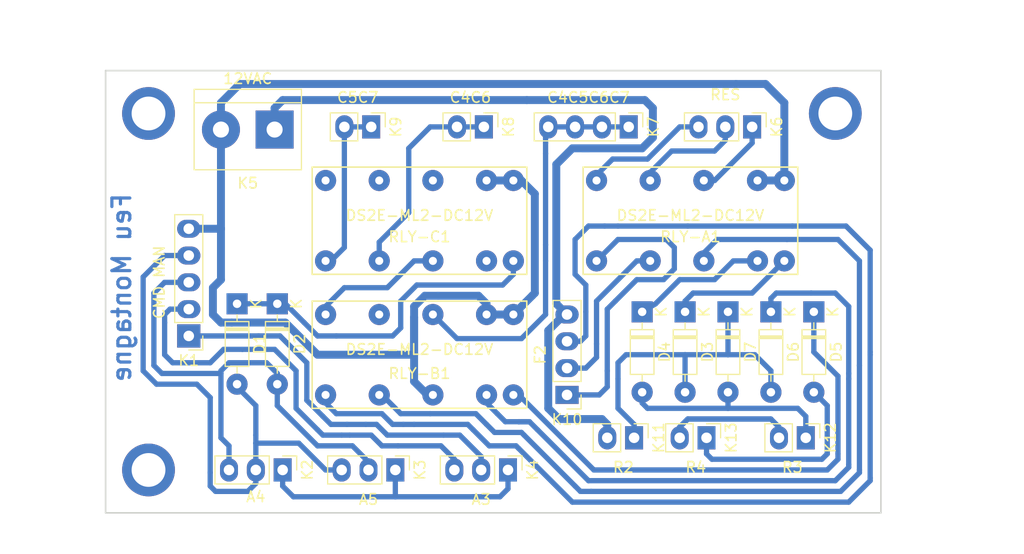
<source format=kicad_pcb>
(kicad_pcb (version 20171130) (host pcbnew 5.0.2-bee76a0~70~ubuntu18.04.1)

  (general
    (thickness 1.6)
    (drawings 5)
    (tracks 341)
    (zones 0)
    (modules 26)
    (nets 33)
  )

  (page A4)
  (layers
    (0 F.Cu signal)
    (31 B.Cu signal)
    (32 B.Adhes user hide)
    (33 F.Adhes user hide)
    (34 B.Paste user hide)
    (35 F.Paste user hide)
    (36 B.SilkS user hide)
    (37 F.SilkS user)
    (38 B.Mask user hide)
    (39 F.Mask user hide)
    (40 Dwgs.User user hide)
    (41 Cmts.User user hide)
    (42 Eco1.User user hide)
    (43 Eco2.User user hide)
    (44 Edge.Cuts user)
    (45 Margin user hide)
    (46 B.CrtYd user hide)
    (47 F.CrtYd user)
    (48 B.Fab user hide)
    (49 F.Fab user)
  )

  (setup
    (last_trace_width 0.25)
    (user_trace_width 0.5)
    (user_trace_width 0.75)
    (trace_clearance 0.2)
    (zone_clearance 0.508)
    (zone_45_only no)
    (trace_min 0.2)
    (segment_width 0.2)
    (edge_width 0.15)
    (via_size 0.8)
    (via_drill 0.4)
    (via_min_size 0.4)
    (via_min_drill 0.3)
    (uvia_size 0.3)
    (uvia_drill 0.1)
    (uvias_allowed no)
    (uvia_min_size 0.2)
    (uvia_min_drill 0.1)
    (pcb_text_width 0.3)
    (pcb_text_size 1.5 1.5)
    (mod_edge_width 0.15)
    (mod_text_size 1 1)
    (mod_text_width 0.15)
    (pad_size 2.2 1.7)
    (pad_drill 1)
    (pad_to_mask_clearance 0.051)
    (solder_mask_min_width 0.25)
    (aux_axis_origin 0 0)
    (visible_elements FFFFFF7F)
    (pcbplotparams
      (layerselection 0x010fc_ffffffff)
      (usegerberextensions false)
      (usegerberattributes false)
      (usegerberadvancedattributes false)
      (creategerberjobfile false)
      (excludeedgelayer true)
      (linewidth 0.100000)
      (plotframeref false)
      (viasonmask false)
      (mode 1)
      (useauxorigin false)
      (hpglpennumber 1)
      (hpglpenspeed 20)
      (hpglpendiameter 15.000000)
      (psnegative false)
      (psa4output false)
      (plotreference true)
      (plotvalue true)
      (plotinvisibletext false)
      (padsonsilk false)
      (subtractmaskfromsilk false)
      (outputformat 1)
      (mirror false)
      (drillshape 1)
      (scaleselection 1)
      (outputdirectory ""))
  )

  (net 0 "")
  (net 1 "Net-(D1-Pad2)")
  (net 2 "Net-(D1-Pad1)")
  (net 3 "Net-(D2-Pad2)")
  (net 4 "Net-(D3-Pad2)")
  (net 5 "Net-(D3-Pad1)")
  (net 6 "Net-(D4-Pad1)")
  (net 7 "Net-(D4-Pad2)")
  (net 8 "Net-(D5-Pad1)")
  (net 9 "Net-(D5-Pad2)")
  (net 10 "Net-(D6-Pad1)")
  (net 11 "Net-(K1-Pad1)")
  (net 12 "Net-(K1-Pad2)")
  (net 13 "Net-(K2-Pad1)")
  (net 14 "Net-(K10-Pad4)")
  (net 15 "Net-(K6-Pad3)")
  (net 16 "Net-(K6-Pad2)")
  (net 17 "Net-(K6-Pad1)")
  (net 18 "Net-(K7-Pad1)")
  (net 19 "Net-(K8-Pad1)")
  (net 20 "Net-(K9-Pad1)")
  (net 21 "Net-(K10-Pad3)")
  (net 22 "Net-(K10-Pad2)")
  (net 23 "Net-(K10-Pad1)")
  (net 24 "Net-(K12-Pad2)")
  (net 25 "Net-(RLY-A1-Pad4)")
  (net 26 "Net-(RLY-B1-Pad9)")
  (net 27 "Net-(RLY-B1-Pad11)")
  (net 28 "Net-(RLY-C1-Pad9)")
  (net 29 "Net-(RLY-C1-Pad11)")
  (net 30 "Net-(RLY-C1-Pad13)")
  (net 31 "Net-(RLY-C1-Pad2)")
  (net 32 "Net-(K1-Pad5)")

  (net_class Default "This is the default net class."
    (clearance 0.2)
    (trace_width 0.25)
    (via_dia 0.8)
    (via_drill 0.4)
    (uvia_dia 0.3)
    (uvia_drill 0.1)
    (add_net "Net-(D1-Pad1)")
    (add_net "Net-(D1-Pad2)")
    (add_net "Net-(D2-Pad2)")
    (add_net "Net-(D3-Pad1)")
    (add_net "Net-(D3-Pad2)")
    (add_net "Net-(D4-Pad1)")
    (add_net "Net-(D4-Pad2)")
    (add_net "Net-(D5-Pad1)")
    (add_net "Net-(D5-Pad2)")
    (add_net "Net-(D6-Pad1)")
    (add_net "Net-(K1-Pad1)")
    (add_net "Net-(K1-Pad2)")
    (add_net "Net-(K1-Pad5)")
    (add_net "Net-(K10-Pad1)")
    (add_net "Net-(K10-Pad2)")
    (add_net "Net-(K10-Pad3)")
    (add_net "Net-(K10-Pad4)")
    (add_net "Net-(K12-Pad2)")
    (add_net "Net-(K2-Pad1)")
    (add_net "Net-(K6-Pad1)")
    (add_net "Net-(K6-Pad2)")
    (add_net "Net-(K6-Pad3)")
    (add_net "Net-(K7-Pad1)")
    (add_net "Net-(K8-Pad1)")
    (add_net "Net-(K9-Pad1)")
    (add_net "Net-(RLY-A1-Pad4)")
    (add_net "Net-(RLY-B1-Pad11)")
    (add_net "Net-(RLY-B1-Pad9)")
    (add_net "Net-(RLY-C1-Pad11)")
    (add_net "Net-(RLY-C1-Pad13)")
    (add_net "Net-(RLY-C1-Pad2)")
    (add_net "Net-(RLY-C1-Pad9)")
  )

  (module Diode_THT:D_DO-35_SOD27_P7.62mm_Horizontal (layer F.Cu) (tedit 5EA01118) (tstamp 5ED13B84)
    (at 108.712 96.012 270)
    (descr "Diode, DO-35_SOD27 series, Axial, Horizontal, pin pitch=7.62mm, , length*diameter=4*2mm^2, , http://www.diodes.com/_files/packages/DO-35.pdf")
    (tags "Diode DO-35_SOD27 series Axial Horizontal pin pitch 7.62mm  length 4mm diameter 2mm")
    (path /5E5BC5B0)
    (fp_text reference D1 (at 3.81 -2.12 270) (layer F.SilkS)
      (effects (font (size 1 1) (thickness 0.15)))
    )
    (fp_text value 1N4148 (at 3.81 2.12 270) (layer F.Fab)
      (effects (font (size 1 1) (thickness 0.15)))
    )
    (fp_text user K (at 0 -1.8 270) (layer F.SilkS)
      (effects (font (size 1 1) (thickness 0.15)))
    )
    (fp_text user K (at 0 -1.8 270) (layer F.Fab)
      (effects (font (size 1 1) (thickness 0.15)))
    )
    (fp_text user %R (at 4.11 0 270) (layer F.Fab)
      (effects (font (size 0.8 0.8) (thickness 0.12)))
    )
    (fp_line (start 8.67 -1.25) (end -1.05 -1.25) (layer F.CrtYd) (width 0.05))
    (fp_line (start 8.67 1.25) (end 8.67 -1.25) (layer F.CrtYd) (width 0.05))
    (fp_line (start -1.05 1.25) (end 8.67 1.25) (layer F.CrtYd) (width 0.05))
    (fp_line (start -1.05 -1.25) (end -1.05 1.25) (layer F.CrtYd) (width 0.05))
    (fp_line (start 2.29 -1.12) (end 2.29 1.12) (layer F.SilkS) (width 0.12))
    (fp_line (start 2.53 -1.12) (end 2.53 1.12) (layer F.SilkS) (width 0.12))
    (fp_line (start 2.41 -1.12) (end 2.41 1.12) (layer F.SilkS) (width 0.12))
    (fp_line (start 6.58 0) (end 5.93 0) (layer F.SilkS) (width 0.12))
    (fp_line (start 1.04 0) (end 1.69 0) (layer F.SilkS) (width 0.12))
    (fp_line (start 5.93 -1.12) (end 1.69 -1.12) (layer F.SilkS) (width 0.12))
    (fp_line (start 5.93 1.12) (end 5.93 -1.12) (layer F.SilkS) (width 0.12))
    (fp_line (start 1.69 1.12) (end 5.93 1.12) (layer F.SilkS) (width 0.12))
    (fp_line (start 1.69 -1.12) (end 1.69 1.12) (layer F.SilkS) (width 0.12))
    (fp_line (start 2.31 -1) (end 2.31 1) (layer F.Fab) (width 0.1))
    (fp_line (start 2.51 -1) (end 2.51 1) (layer F.Fab) (width 0.1))
    (fp_line (start 2.41 -1) (end 2.41 1) (layer F.Fab) (width 0.1))
    (fp_line (start 7.62 0) (end 5.81 0) (layer F.Fab) (width 0.1))
    (fp_line (start 0 0) (end 1.81 0) (layer F.Fab) (width 0.1))
    (fp_line (start 5.81 -1) (end 1.81 -1) (layer F.Fab) (width 0.1))
    (fp_line (start 5.81 1) (end 5.81 -1) (layer F.Fab) (width 0.1))
    (fp_line (start 1.81 1) (end 5.81 1) (layer F.Fab) (width 0.1))
    (fp_line (start 1.81 -1) (end 1.81 1) (layer F.Fab) (width 0.1))
    (pad 2 thru_hole oval (at 7.62 0 270) (size 2 2) (drill 0.8) (layers *.Cu *.Mask)
      (net 1 "Net-(D1-Pad2)"))
    (pad 1 thru_hole rect (at 0 0 270) (size 2 2) (drill 0.8) (layers *.Cu *.Mask)
      (net 2 "Net-(D1-Pad1)"))
    (model ${KISYS3DMOD}/Diode_THT.3dshapes/D_DO-35_SOD27_P7.62mm_Horizontal.wrl
      (at (xyz 0 0 0))
      (scale (xyz 1 1 1))
      (rotate (xyz 0 0 0))
    )
  )

  (module Diode_THT:D_DO-35_SOD27_P7.62mm_Horizontal (layer F.Cu) (tedit 5AE50CD5) (tstamp 5ED13BA3)
    (at 112.522 96.012 270)
    (descr "Diode, DO-35_SOD27 series, Axial, Horizontal, pin pitch=7.62mm, , length*diameter=4*2mm^2, , http://www.diodes.com/_files/packages/DO-35.pdf")
    (tags "Diode DO-35_SOD27 series Axial Horizontal pin pitch 7.62mm  length 4mm diameter 2mm")
    (path /5E5BBF6E)
    (fp_text reference D2 (at 3.81 -2.12 270) (layer F.SilkS)
      (effects (font (size 1 1) (thickness 0.15)))
    )
    (fp_text value 1N4148 (at 3.81 2.12 270) (layer F.Fab)
      (effects (font (size 1 1) (thickness 0.15)))
    )
    (fp_text user K (at 0 -1.8 270) (layer F.SilkS)
      (effects (font (size 1 1) (thickness 0.15)))
    )
    (fp_text user K (at 0 -1.8 270) (layer F.Fab)
      (effects (font (size 1 1) (thickness 0.15)))
    )
    (fp_text user %R (at 4.11 0 270) (layer F.Fab)
      (effects (font (size 0.8 0.8) (thickness 0.12)))
    )
    (fp_line (start 8.67 -1.25) (end -1.05 -1.25) (layer F.CrtYd) (width 0.05))
    (fp_line (start 8.67 1.25) (end 8.67 -1.25) (layer F.CrtYd) (width 0.05))
    (fp_line (start -1.05 1.25) (end 8.67 1.25) (layer F.CrtYd) (width 0.05))
    (fp_line (start -1.05 -1.25) (end -1.05 1.25) (layer F.CrtYd) (width 0.05))
    (fp_line (start 2.29 -1.12) (end 2.29 1.12) (layer F.SilkS) (width 0.12))
    (fp_line (start 2.53 -1.12) (end 2.53 1.12) (layer F.SilkS) (width 0.12))
    (fp_line (start 2.41 -1.12) (end 2.41 1.12) (layer F.SilkS) (width 0.12))
    (fp_line (start 6.58 0) (end 5.93 0) (layer F.SilkS) (width 0.12))
    (fp_line (start 1.04 0) (end 1.69 0) (layer F.SilkS) (width 0.12))
    (fp_line (start 5.93 -1.12) (end 1.69 -1.12) (layer F.SilkS) (width 0.12))
    (fp_line (start 5.93 1.12) (end 5.93 -1.12) (layer F.SilkS) (width 0.12))
    (fp_line (start 1.69 1.12) (end 5.93 1.12) (layer F.SilkS) (width 0.12))
    (fp_line (start 1.69 -1.12) (end 1.69 1.12) (layer F.SilkS) (width 0.12))
    (fp_line (start 2.31 -1) (end 2.31 1) (layer F.Fab) (width 0.1))
    (fp_line (start 2.51 -1) (end 2.51 1) (layer F.Fab) (width 0.1))
    (fp_line (start 2.41 -1) (end 2.41 1) (layer F.Fab) (width 0.1))
    (fp_line (start 7.62 0) (end 5.81 0) (layer F.Fab) (width 0.1))
    (fp_line (start 0 0) (end 1.81 0) (layer F.Fab) (width 0.1))
    (fp_line (start 5.81 -1) (end 1.81 -1) (layer F.Fab) (width 0.1))
    (fp_line (start 5.81 1) (end 5.81 -1) (layer F.Fab) (width 0.1))
    (fp_line (start 1.81 1) (end 5.81 1) (layer F.Fab) (width 0.1))
    (fp_line (start 1.81 -1) (end 1.81 1) (layer F.Fab) (width 0.1))
    (pad 2 thru_hole oval (at 7.62 0 270) (size 2 2) (drill 0.8) (layers *.Cu *.Mask)
      (net 3 "Net-(D2-Pad2)"))
    (pad 1 thru_hole rect (at 0 0 270) (size 2 2) (drill 0.8) (layers *.Cu *.Mask)
      (net 2 "Net-(D1-Pad1)"))
    (model ${KISYS3DMOD}/Diode_THT.3dshapes/D_DO-35_SOD27_P7.62mm_Horizontal.wrl
      (at (xyz 0 0 0))
      (scale (xyz 1 1 1))
      (rotate (xyz 0 0 0))
    )
  )

  (module Diode_THT:D_DO-35_SOD27_P7.62mm_Horizontal (layer F.Cu) (tedit 5AE50CD5) (tstamp 5ED13BC2)
    (at 151.13 96.774 270)
    (descr "Diode, DO-35_SOD27 series, Axial, Horizontal, pin pitch=7.62mm, , length*diameter=4*2mm^2, , http://www.diodes.com/_files/packages/DO-35.pdf")
    (tags "Diode DO-35_SOD27 series Axial Horizontal pin pitch 7.62mm  length 4mm diameter 2mm")
    (path /5E5BD3B6)
    (fp_text reference D3 (at 3.81 -2.12 270) (layer F.SilkS)
      (effects (font (size 1 1) (thickness 0.15)))
    )
    (fp_text value 1N4148 (at 3.81 2.12 270) (layer F.Fab)
      (effects (font (size 1 1) (thickness 0.15)))
    )
    (fp_text user K (at 0 -1.8 270) (layer F.SilkS)
      (effects (font (size 1 1) (thickness 0.15)))
    )
    (fp_text user K (at 0 -1.8 270) (layer F.Fab)
      (effects (font (size 1 1) (thickness 0.15)))
    )
    (fp_text user %R (at 4.11 0 270) (layer F.Fab)
      (effects (font (size 0.8 0.8) (thickness 0.12)))
    )
    (fp_line (start 8.67 -1.25) (end -1.05 -1.25) (layer F.CrtYd) (width 0.05))
    (fp_line (start 8.67 1.25) (end 8.67 -1.25) (layer F.CrtYd) (width 0.05))
    (fp_line (start -1.05 1.25) (end 8.67 1.25) (layer F.CrtYd) (width 0.05))
    (fp_line (start -1.05 -1.25) (end -1.05 1.25) (layer F.CrtYd) (width 0.05))
    (fp_line (start 2.29 -1.12) (end 2.29 1.12) (layer F.SilkS) (width 0.12))
    (fp_line (start 2.53 -1.12) (end 2.53 1.12) (layer F.SilkS) (width 0.12))
    (fp_line (start 2.41 -1.12) (end 2.41 1.12) (layer F.SilkS) (width 0.12))
    (fp_line (start 6.58 0) (end 5.93 0) (layer F.SilkS) (width 0.12))
    (fp_line (start 1.04 0) (end 1.69 0) (layer F.SilkS) (width 0.12))
    (fp_line (start 5.93 -1.12) (end 1.69 -1.12) (layer F.SilkS) (width 0.12))
    (fp_line (start 5.93 1.12) (end 5.93 -1.12) (layer F.SilkS) (width 0.12))
    (fp_line (start 1.69 1.12) (end 5.93 1.12) (layer F.SilkS) (width 0.12))
    (fp_line (start 1.69 -1.12) (end 1.69 1.12) (layer F.SilkS) (width 0.12))
    (fp_line (start 2.31 -1) (end 2.31 1) (layer F.Fab) (width 0.1))
    (fp_line (start 2.51 -1) (end 2.51 1) (layer F.Fab) (width 0.1))
    (fp_line (start 2.41 -1) (end 2.41 1) (layer F.Fab) (width 0.1))
    (fp_line (start 7.62 0) (end 5.81 0) (layer F.Fab) (width 0.1))
    (fp_line (start 0 0) (end 1.81 0) (layer F.Fab) (width 0.1))
    (fp_line (start 5.81 -1) (end 1.81 -1) (layer F.Fab) (width 0.1))
    (fp_line (start 5.81 1) (end 5.81 -1) (layer F.Fab) (width 0.1))
    (fp_line (start 1.81 1) (end 5.81 1) (layer F.Fab) (width 0.1))
    (fp_line (start 1.81 -1) (end 1.81 1) (layer F.Fab) (width 0.1))
    (pad 2 thru_hole oval (at 7.62 0 270) (size 2 2) (drill 0.8) (layers *.Cu *.Mask)
      (net 4 "Net-(D3-Pad2)"))
    (pad 1 thru_hole rect (at 0 0 270) (size 2 2) (drill 0.8) (layers *.Cu *.Mask)
      (net 5 "Net-(D3-Pad1)"))
    (model ${KISYS3DMOD}/Diode_THT.3dshapes/D_DO-35_SOD27_P7.62mm_Horizontal.wrl
      (at (xyz 0 0 0))
      (scale (xyz 1 1 1))
      (rotate (xyz 0 0 0))
    )
  )

  (module Diode_THT:D_DO-35_SOD27_P7.62mm_Horizontal (layer F.Cu) (tedit 5AE50CD5) (tstamp 5ED13BE1)
    (at 147.066 96.774 270)
    (descr "Diode, DO-35_SOD27 series, Axial, Horizontal, pin pitch=7.62mm, , length*diameter=4*2mm^2, , http://www.diodes.com/_files/packages/DO-35.pdf")
    (tags "Diode DO-35_SOD27 series Axial Horizontal pin pitch 7.62mm  length 4mm diameter 2mm")
    (path /5E5BD3CA)
    (fp_text reference D4 (at 3.81 -2.12 270) (layer F.SilkS)
      (effects (font (size 1 1) (thickness 0.15)))
    )
    (fp_text value 1N4148 (at 3.81 2.12 270) (layer F.Fab)
      (effects (font (size 1 1) (thickness 0.15)))
    )
    (fp_line (start 1.81 -1) (end 1.81 1) (layer F.Fab) (width 0.1))
    (fp_line (start 1.81 1) (end 5.81 1) (layer F.Fab) (width 0.1))
    (fp_line (start 5.81 1) (end 5.81 -1) (layer F.Fab) (width 0.1))
    (fp_line (start 5.81 -1) (end 1.81 -1) (layer F.Fab) (width 0.1))
    (fp_line (start 0 0) (end 1.81 0) (layer F.Fab) (width 0.1))
    (fp_line (start 7.62 0) (end 5.81 0) (layer F.Fab) (width 0.1))
    (fp_line (start 2.41 -1) (end 2.41 1) (layer F.Fab) (width 0.1))
    (fp_line (start 2.51 -1) (end 2.51 1) (layer F.Fab) (width 0.1))
    (fp_line (start 2.31 -1) (end 2.31 1) (layer F.Fab) (width 0.1))
    (fp_line (start 1.69 -1.12) (end 1.69 1.12) (layer F.SilkS) (width 0.12))
    (fp_line (start 1.69 1.12) (end 5.93 1.12) (layer F.SilkS) (width 0.12))
    (fp_line (start 5.93 1.12) (end 5.93 -1.12) (layer F.SilkS) (width 0.12))
    (fp_line (start 5.93 -1.12) (end 1.69 -1.12) (layer F.SilkS) (width 0.12))
    (fp_line (start 1.04 0) (end 1.69 0) (layer F.SilkS) (width 0.12))
    (fp_line (start 6.58 0) (end 5.93 0) (layer F.SilkS) (width 0.12))
    (fp_line (start 2.41 -1.12) (end 2.41 1.12) (layer F.SilkS) (width 0.12))
    (fp_line (start 2.53 -1.12) (end 2.53 1.12) (layer F.SilkS) (width 0.12))
    (fp_line (start 2.29 -1.12) (end 2.29 1.12) (layer F.SilkS) (width 0.12))
    (fp_line (start -1.05 -1.25) (end -1.05 1.25) (layer F.CrtYd) (width 0.05))
    (fp_line (start -1.05 1.25) (end 8.67 1.25) (layer F.CrtYd) (width 0.05))
    (fp_line (start 8.67 1.25) (end 8.67 -1.25) (layer F.CrtYd) (width 0.05))
    (fp_line (start 8.67 -1.25) (end -1.05 -1.25) (layer F.CrtYd) (width 0.05))
    (fp_text user %R (at 4.11 0 270) (layer F.Fab)
      (effects (font (size 0.8 0.8) (thickness 0.12)))
    )
    (fp_text user K (at 0 -1.8 270) (layer F.Fab)
      (effects (font (size 1 1) (thickness 0.15)))
    )
    (fp_text user K (at 0 -1.8 270) (layer F.SilkS)
      (effects (font (size 1 1) (thickness 0.15)))
    )
    (pad 1 thru_hole rect (at 0 0 270) (size 2 2) (drill 0.8) (layers *.Cu *.Mask)
      (net 6 "Net-(D4-Pad1)"))
    (pad 2 thru_hole oval (at 7.62 0 270) (size 2 2) (drill 0.8) (layers *.Cu *.Mask)
      (net 7 "Net-(D4-Pad2)"))
    (model ${KISYS3DMOD}/Diode_THT.3dshapes/D_DO-35_SOD27_P7.62mm_Horizontal.wrl
      (at (xyz 0 0 0))
      (scale (xyz 1 1 1))
      (rotate (xyz 0 0 0))
    )
  )

  (module Diode_THT:D_DO-35_SOD27_P7.62mm_Horizontal (layer F.Cu) (tedit 5AE50CD5) (tstamp 5ED13C00)
    (at 163.322 96.774 270)
    (descr "Diode, DO-35_SOD27 series, Axial, Horizontal, pin pitch=7.62mm, , length*diameter=4*2mm^2, , http://www.diodes.com/_files/packages/DO-35.pdf")
    (tags "Diode DO-35_SOD27 series Axial Horizontal pin pitch 7.62mm  length 4mm diameter 2mm")
    (path /5E5B8AA9)
    (fp_text reference D5 (at 3.81 -2.12 270) (layer F.SilkS)
      (effects (font (size 1 1) (thickness 0.15)))
    )
    (fp_text value 1N4148 (at 3.81 2.12 270) (layer F.Fab)
      (effects (font (size 1 1) (thickness 0.15)))
    )
    (fp_line (start 1.81 -1) (end 1.81 1) (layer F.Fab) (width 0.1))
    (fp_line (start 1.81 1) (end 5.81 1) (layer F.Fab) (width 0.1))
    (fp_line (start 5.81 1) (end 5.81 -1) (layer F.Fab) (width 0.1))
    (fp_line (start 5.81 -1) (end 1.81 -1) (layer F.Fab) (width 0.1))
    (fp_line (start 0 0) (end 1.81 0) (layer F.Fab) (width 0.1))
    (fp_line (start 7.62 0) (end 5.81 0) (layer F.Fab) (width 0.1))
    (fp_line (start 2.41 -1) (end 2.41 1) (layer F.Fab) (width 0.1))
    (fp_line (start 2.51 -1) (end 2.51 1) (layer F.Fab) (width 0.1))
    (fp_line (start 2.31 -1) (end 2.31 1) (layer F.Fab) (width 0.1))
    (fp_line (start 1.69 -1.12) (end 1.69 1.12) (layer F.SilkS) (width 0.12))
    (fp_line (start 1.69 1.12) (end 5.93 1.12) (layer F.SilkS) (width 0.12))
    (fp_line (start 5.93 1.12) (end 5.93 -1.12) (layer F.SilkS) (width 0.12))
    (fp_line (start 5.93 -1.12) (end 1.69 -1.12) (layer F.SilkS) (width 0.12))
    (fp_line (start 1.04 0) (end 1.69 0) (layer F.SilkS) (width 0.12))
    (fp_line (start 6.58 0) (end 5.93 0) (layer F.SilkS) (width 0.12))
    (fp_line (start 2.41 -1.12) (end 2.41 1.12) (layer F.SilkS) (width 0.12))
    (fp_line (start 2.53 -1.12) (end 2.53 1.12) (layer F.SilkS) (width 0.12))
    (fp_line (start 2.29 -1.12) (end 2.29 1.12) (layer F.SilkS) (width 0.12))
    (fp_line (start -1.05 -1.25) (end -1.05 1.25) (layer F.CrtYd) (width 0.05))
    (fp_line (start -1.05 1.25) (end 8.67 1.25) (layer F.CrtYd) (width 0.05))
    (fp_line (start 8.67 1.25) (end 8.67 -1.25) (layer F.CrtYd) (width 0.05))
    (fp_line (start 8.67 -1.25) (end -1.05 -1.25) (layer F.CrtYd) (width 0.05))
    (fp_text user %R (at 4.11 0 270) (layer F.Fab)
      (effects (font (size 0.8 0.8) (thickness 0.12)))
    )
    (fp_text user K (at 0 -1.8 270) (layer F.Fab)
      (effects (font (size 1 1) (thickness 0.15)))
    )
    (fp_text user K (at 0 -1.8 270) (layer F.SilkS)
      (effects (font (size 1 1) (thickness 0.15)))
    )
    (pad 1 thru_hole rect (at 0 0 270) (size 2 2) (drill 0.8) (layers *.Cu *.Mask)
      (net 8 "Net-(D5-Pad1)"))
    (pad 2 thru_hole oval (at 7.62 0 270) (size 2 2) (drill 0.8) (layers *.Cu *.Mask)
      (net 9 "Net-(D5-Pad2)"))
    (model ${KISYS3DMOD}/Diode_THT.3dshapes/D_DO-35_SOD27_P7.62mm_Horizontal.wrl
      (at (xyz 0 0 0))
      (scale (xyz 1 1 1))
      (rotate (xyz 0 0 0))
    )
  )

  (module Diode_THT:D_DO-35_SOD27_P7.62mm_Horizontal (layer F.Cu) (tedit 5AE50CD5) (tstamp 5ED13C1F)
    (at 159.258 96.774 270)
    (descr "Diode, DO-35_SOD27 series, Axial, Horizontal, pin pitch=7.62mm, , length*diameter=4*2mm^2, , http://www.diodes.com/_files/packages/DO-35.pdf")
    (tags "Diode DO-35_SOD27 series Axial Horizontal pin pitch 7.62mm  length 4mm diameter 2mm")
    (path /5E5BC5A6)
    (fp_text reference D6 (at 3.81 -2.12 270) (layer F.SilkS)
      (effects (font (size 1 1) (thickness 0.15)))
    )
    (fp_text value 1N4148 (at 3.81 2.12 270) (layer F.Fab)
      (effects (font (size 1 1) (thickness 0.15)))
    )
    (fp_line (start 1.81 -1) (end 1.81 1) (layer F.Fab) (width 0.1))
    (fp_line (start 1.81 1) (end 5.81 1) (layer F.Fab) (width 0.1))
    (fp_line (start 5.81 1) (end 5.81 -1) (layer F.Fab) (width 0.1))
    (fp_line (start 5.81 -1) (end 1.81 -1) (layer F.Fab) (width 0.1))
    (fp_line (start 0 0) (end 1.81 0) (layer F.Fab) (width 0.1))
    (fp_line (start 7.62 0) (end 5.81 0) (layer F.Fab) (width 0.1))
    (fp_line (start 2.41 -1) (end 2.41 1) (layer F.Fab) (width 0.1))
    (fp_line (start 2.51 -1) (end 2.51 1) (layer F.Fab) (width 0.1))
    (fp_line (start 2.31 -1) (end 2.31 1) (layer F.Fab) (width 0.1))
    (fp_line (start 1.69 -1.12) (end 1.69 1.12) (layer F.SilkS) (width 0.12))
    (fp_line (start 1.69 1.12) (end 5.93 1.12) (layer F.SilkS) (width 0.12))
    (fp_line (start 5.93 1.12) (end 5.93 -1.12) (layer F.SilkS) (width 0.12))
    (fp_line (start 5.93 -1.12) (end 1.69 -1.12) (layer F.SilkS) (width 0.12))
    (fp_line (start 1.04 0) (end 1.69 0) (layer F.SilkS) (width 0.12))
    (fp_line (start 6.58 0) (end 5.93 0) (layer F.SilkS) (width 0.12))
    (fp_line (start 2.41 -1.12) (end 2.41 1.12) (layer F.SilkS) (width 0.12))
    (fp_line (start 2.53 -1.12) (end 2.53 1.12) (layer F.SilkS) (width 0.12))
    (fp_line (start 2.29 -1.12) (end 2.29 1.12) (layer F.SilkS) (width 0.12))
    (fp_line (start -1.05 -1.25) (end -1.05 1.25) (layer F.CrtYd) (width 0.05))
    (fp_line (start -1.05 1.25) (end 8.67 1.25) (layer F.CrtYd) (width 0.05))
    (fp_line (start 8.67 1.25) (end 8.67 -1.25) (layer F.CrtYd) (width 0.05))
    (fp_line (start 8.67 -1.25) (end -1.05 -1.25) (layer F.CrtYd) (width 0.05))
    (fp_text user %R (at 4.11 0 270) (layer F.Fab)
      (effects (font (size 0.8 0.8) (thickness 0.12)))
    )
    (fp_text user K (at 0 -1.8 270) (layer F.Fab)
      (effects (font (size 1 1) (thickness 0.15)))
    )
    (fp_text user K (at 0 -1.8 270) (layer F.SilkS)
      (effects (font (size 1 1) (thickness 0.15)))
    )
    (pad 1 thru_hole rect (at 0 0 270) (size 2 2) (drill 0.8) (layers *.Cu *.Mask)
      (net 10 "Net-(D6-Pad1)"))
    (pad 2 thru_hole oval (at 7.62 0 270) (size 2 2) (drill 0.8) (layers *.Cu *.Mask)
      (net 4 "Net-(D3-Pad2)"))
    (model ${KISYS3DMOD}/Diode_THT.3dshapes/D_DO-35_SOD27_P7.62mm_Horizontal.wrl
      (at (xyz 0 0 0))
      (scale (xyz 1 1 1))
      (rotate (xyz 0 0 0))
    )
  )

  (module Diode_THT:D_DO-35_SOD27_P7.62mm_Horizontal (layer F.Cu) (tedit 5AE50CD5) (tstamp 5ED13C3E)
    (at 155.194 96.774 270)
    (descr "Diode, DO-35_SOD27 series, Axial, Horizontal, pin pitch=7.62mm, , length*diameter=4*2mm^2, , http://www.diodes.com/_files/packages/DO-35.pdf")
    (tags "Diode DO-35_SOD27 series Axial Horizontal pin pitch 7.62mm  length 4mm diameter 2mm")
    (path /5E5BD3AC)
    (fp_text reference D7 (at 3.81 -2.12 270) (layer F.SilkS)
      (effects (font (size 1 1) (thickness 0.15)))
    )
    (fp_text value 1N4148 (at 3.81 2.12 270) (layer F.Fab)
      (effects (font (size 1 1) (thickness 0.15)))
    )
    (fp_line (start 1.81 -1) (end 1.81 1) (layer F.Fab) (width 0.1))
    (fp_line (start 1.81 1) (end 5.81 1) (layer F.Fab) (width 0.1))
    (fp_line (start 5.81 1) (end 5.81 -1) (layer F.Fab) (width 0.1))
    (fp_line (start 5.81 -1) (end 1.81 -1) (layer F.Fab) (width 0.1))
    (fp_line (start 0 0) (end 1.81 0) (layer F.Fab) (width 0.1))
    (fp_line (start 7.62 0) (end 5.81 0) (layer F.Fab) (width 0.1))
    (fp_line (start 2.41 -1) (end 2.41 1) (layer F.Fab) (width 0.1))
    (fp_line (start 2.51 -1) (end 2.51 1) (layer F.Fab) (width 0.1))
    (fp_line (start 2.31 -1) (end 2.31 1) (layer F.Fab) (width 0.1))
    (fp_line (start 1.69 -1.12) (end 1.69 1.12) (layer F.SilkS) (width 0.12))
    (fp_line (start 1.69 1.12) (end 5.93 1.12) (layer F.SilkS) (width 0.12))
    (fp_line (start 5.93 1.12) (end 5.93 -1.12) (layer F.SilkS) (width 0.12))
    (fp_line (start 5.93 -1.12) (end 1.69 -1.12) (layer F.SilkS) (width 0.12))
    (fp_line (start 1.04 0) (end 1.69 0) (layer F.SilkS) (width 0.12))
    (fp_line (start 6.58 0) (end 5.93 0) (layer F.SilkS) (width 0.12))
    (fp_line (start 2.41 -1.12) (end 2.41 1.12) (layer F.SilkS) (width 0.12))
    (fp_line (start 2.53 -1.12) (end 2.53 1.12) (layer F.SilkS) (width 0.12))
    (fp_line (start 2.29 -1.12) (end 2.29 1.12) (layer F.SilkS) (width 0.12))
    (fp_line (start -1.05 -1.25) (end -1.05 1.25) (layer F.CrtYd) (width 0.05))
    (fp_line (start -1.05 1.25) (end 8.67 1.25) (layer F.CrtYd) (width 0.05))
    (fp_line (start 8.67 1.25) (end 8.67 -1.25) (layer F.CrtYd) (width 0.05))
    (fp_line (start 8.67 -1.25) (end -1.05 -1.25) (layer F.CrtYd) (width 0.05))
    (fp_text user %R (at 4.11 0 270) (layer F.Fab)
      (effects (font (size 0.8 0.8) (thickness 0.12)))
    )
    (fp_text user K (at 0 -1.8 270) (layer F.Fab)
      (effects (font (size 1 1) (thickness 0.15)))
    )
    (fp_text user K (at 0 -1.8 270) (layer F.SilkS)
      (effects (font (size 1 1) (thickness 0.15)))
    )
    (pad 1 thru_hole rect (at 0 0 270) (size 2 2) (drill 0.8) (layers *.Cu *.Mask)
      (net 4 "Net-(D3-Pad2)"))
    (pad 2 thru_hole oval (at 7.62 0 270) (size 2 2) (drill 0.8) (layers *.Cu *.Mask)
      (net 7 "Net-(D4-Pad2)"))
    (model ${KISYS3DMOD}/Diode_THT.3dshapes/D_DO-35_SOD27_P7.62mm_Horizontal.wrl
      (at (xyz 0 0 0))
      (scale (xyz 1 1 1))
      (rotate (xyz 0 0 0))
    )
  )

  (module Connector_PinHeader_2.54mm:PinHeader_1x05_P2.54mm_Vertical (layer F.Cu) (tedit 5EA01100) (tstamp 5ED13C57)
    (at 104.14 99.06 180)
    (descr "Through hole straight pin header, 1x05, 2.54mm pitch, single row")
    (tags "Through hole pin header THT 1x05 2.54mm single row")
    (path /5E5D092C)
    (fp_text reference K1 (at 0 -2.33 180) (layer F.SilkS)
      (effects (font (size 1 1) (thickness 0.15)))
    )
    (fp_text value "CMD MAN" (at 2.794 5.08 270) (layer F.SilkS)
      (effects (font (size 1 1) (thickness 0.15)))
    )
    (fp_line (start -0.635 -1.27) (end 1.27 -1.27) (layer F.Fab) (width 0.1))
    (fp_line (start 1.27 -1.27) (end 1.27 11.43) (layer F.Fab) (width 0.1))
    (fp_line (start 1.27 11.43) (end -1.27 11.43) (layer F.Fab) (width 0.1))
    (fp_line (start -1.27 11.43) (end -1.27 -0.635) (layer F.Fab) (width 0.1))
    (fp_line (start -1.27 -0.635) (end -0.635 -1.27) (layer F.Fab) (width 0.1))
    (fp_line (start -1.33 11.49) (end 1.33 11.49) (layer F.SilkS) (width 0.12))
    (fp_line (start -1.33 1.27) (end -1.33 11.49) (layer F.SilkS) (width 0.12))
    (fp_line (start 1.33 1.27) (end 1.33 11.49) (layer F.SilkS) (width 0.12))
    (fp_line (start -1.33 1.27) (end 1.33 1.27) (layer F.SilkS) (width 0.12))
    (fp_line (start -1.33 0) (end -1.33 -1.33) (layer F.SilkS) (width 0.12))
    (fp_line (start -1.33 -1.33) (end 0 -1.33) (layer F.SilkS) (width 0.12))
    (fp_line (start -1.8 -1.8) (end -1.8 11.95) (layer F.CrtYd) (width 0.05))
    (fp_line (start -1.8 11.95) (end 1.8 11.95) (layer F.CrtYd) (width 0.05))
    (fp_line (start 1.8 11.95) (end 1.8 -1.8) (layer F.CrtYd) (width 0.05))
    (fp_line (start 1.8 -1.8) (end -1.8 -1.8) (layer F.CrtYd) (width 0.05))
    (fp_text user %R (at 0 5.08 270) (layer F.Fab)
      (effects (font (size 1 1) (thickness 0.15)))
    )
    (pad 1 thru_hole rect (at 0 0 180) (size 2.2 2.2) (drill 1) (layers *.Cu *.Mask)
      (net 11 "Net-(K1-Pad1)"))
    (pad 2 thru_hole oval (at 0 2.54 180) (size 2.2 1.7) (drill 1) (layers *.Cu *.Mask)
      (net 12 "Net-(K1-Pad2)"))
    (pad 3 thru_hole oval (at 0 5.08 180) (size 2.2 1.7) (drill 1) (layers *.Cu *.Mask)
      (net 3 "Net-(D2-Pad2)"))
    (pad 4 thru_hole oval (at 0 7.62 180) (size 2.2 1.7) (drill 1) (layers *.Cu *.Mask)
      (net 1 "Net-(D1-Pad2)"))
    (pad 5 thru_hole oval (at 0 10.16 180) (size 2.2 1.7) (drill 1) (layers *.Cu *.Mask)
      (net 32 "Net-(K1-Pad5)"))
    (model ${KISYS3DMOD}/Connector_PinHeader_2.54mm.3dshapes/PinHeader_1x05_P2.54mm_Vertical.wrl
      (at (xyz 0 0 0))
      (scale (xyz 1 1 1))
      (rotate (xyz 0 0 0))
    )
  )

  (module Connector_PinHeader_2.54mm:PinHeader_1x03_P2.54mm_Vertical (layer F.Cu) (tedit 5EA0116F) (tstamp 5ED13C6E)
    (at 113.03 111.76 270)
    (descr "Through hole straight pin header, 1x03, 2.54mm pitch, single row")
    (tags "Through hole pin header THT 1x03 2.54mm single row")
    (path /5E5D152D)
    (fp_text reference K2 (at 0 -2.33 270) (layer F.SilkS)
      (effects (font (size 1 1) (thickness 0.15)))
    )
    (fp_text value A4 (at 2.54 2.54) (layer F.SilkS)
      (effects (font (size 1 1) (thickness 0.15)))
    )
    (fp_line (start -0.635 -1.27) (end 1.27 -1.27) (layer F.Fab) (width 0.1))
    (fp_line (start 1.27 -1.27) (end 1.27 6.35) (layer F.Fab) (width 0.1))
    (fp_line (start 1.27 6.35) (end -1.27 6.35) (layer F.Fab) (width 0.1))
    (fp_line (start -1.27 6.35) (end -1.27 -0.635) (layer F.Fab) (width 0.1))
    (fp_line (start -1.27 -0.635) (end -0.635 -1.27) (layer F.Fab) (width 0.1))
    (fp_line (start -1.33 6.41) (end 1.33 6.41) (layer F.SilkS) (width 0.12))
    (fp_line (start -1.33 1.27) (end -1.33 6.41) (layer F.SilkS) (width 0.12))
    (fp_line (start 1.33 1.27) (end 1.33 6.41) (layer F.SilkS) (width 0.12))
    (fp_line (start -1.33 1.27) (end 1.33 1.27) (layer F.SilkS) (width 0.12))
    (fp_line (start -1.33 0) (end -1.33 -1.33) (layer F.SilkS) (width 0.12))
    (fp_line (start -1.33 -1.33) (end 0 -1.33) (layer F.SilkS) (width 0.12))
    (fp_line (start -1.8 -1.8) (end -1.8 6.85) (layer F.CrtYd) (width 0.05))
    (fp_line (start -1.8 6.85) (end 1.8 6.85) (layer F.CrtYd) (width 0.05))
    (fp_line (start 1.8 6.85) (end 1.8 -1.8) (layer F.CrtYd) (width 0.05))
    (fp_line (start 1.8 -1.8) (end -1.8 -1.8) (layer F.CrtYd) (width 0.05))
    (fp_text user %R (at 0 2.54) (layer F.Fab)
      (effects (font (size 1 1) (thickness 0.15)))
    )
    (pad 1 thru_hole rect (at 0 0 270) (size 2.2 1.7) (drill 1) (layers *.Cu *.Mask)
      (net 13 "Net-(K2-Pad1)"))
    (pad 2 thru_hole oval (at 0 2.54 270) (size 2.2 1.7) (drill 1) (layers *.Cu *.Mask)
      (net 1 "Net-(D1-Pad2)"))
    (pad 3 thru_hole oval (at 0 5.08 270) (size 2.2 1.7) (drill 1) (layers *.Cu *.Mask)
      (net 3 "Net-(D2-Pad2)"))
    (model ${KISYS3DMOD}/Connector_PinHeader_2.54mm.3dshapes/PinHeader_1x03_P2.54mm_Vertical.wrl
      (at (xyz 0 0 0))
      (scale (xyz 1 1 1))
      (rotate (xyz 0 0 0))
    )
  )

  (module Connector_PinHeader_2.54mm:PinHeader_1x03_P2.54mm_Vertical (layer F.Cu) (tedit 5E9DAFA8) (tstamp 5ED13C85)
    (at 123.698 111.76 270)
    (descr "Through hole straight pin header, 1x03, 2.54mm pitch, single row")
    (tags "Through hole pin header THT 1x03 2.54mm single row")
    (path /5E5D2A8B)
    (fp_text reference K3 (at 0 -2.33 270) (layer F.SilkS)
      (effects (font (size 1 1) (thickness 0.15)))
    )
    (fp_text value A5 (at 2.794 2.54) (layer F.SilkS)
      (effects (font (size 1 1) (thickness 0.15)))
    )
    (fp_line (start -0.635 -1.27) (end 1.27 -1.27) (layer F.Fab) (width 0.1))
    (fp_line (start 1.27 -1.27) (end 1.27 6.35) (layer F.Fab) (width 0.1))
    (fp_line (start 1.27 6.35) (end -1.27 6.35) (layer F.Fab) (width 0.1))
    (fp_line (start -1.27 6.35) (end -1.27 -0.635) (layer F.Fab) (width 0.1))
    (fp_line (start -1.27 -0.635) (end -0.635 -1.27) (layer F.Fab) (width 0.1))
    (fp_line (start -1.33 6.41) (end 1.33 6.41) (layer F.SilkS) (width 0.12))
    (fp_line (start -1.33 1.27) (end -1.33 6.41) (layer F.SilkS) (width 0.12))
    (fp_line (start 1.33 1.27) (end 1.33 6.41) (layer F.SilkS) (width 0.12))
    (fp_line (start -1.33 1.27) (end 1.33 1.27) (layer F.SilkS) (width 0.12))
    (fp_line (start -1.33 0) (end -1.33 -1.33) (layer F.SilkS) (width 0.12))
    (fp_line (start -1.33 -1.33) (end 0 -1.33) (layer F.SilkS) (width 0.12))
    (fp_line (start -1.8 -1.8) (end -1.8 6.85) (layer F.CrtYd) (width 0.05))
    (fp_line (start -1.8 6.85) (end 1.8 6.85) (layer F.CrtYd) (width 0.05))
    (fp_line (start 1.8 6.85) (end 1.8 -1.8) (layer F.CrtYd) (width 0.05))
    (fp_line (start 1.8 -1.8) (end -1.8 -1.8) (layer F.CrtYd) (width 0.05))
    (fp_text user %R (at 0 2.54) (layer F.Fab)
      (effects (font (size 1 1) (thickness 0.15)))
    )
    (pad 1 thru_hole rect (at 0 0 270) (size 2.2 1.7) (drill 1) (layers *.Cu *.Mask)
      (net 13 "Net-(K2-Pad1)"))
    (pad 2 thru_hole oval (at 0 2.54 270) (size 2.2 1.7) (drill 1) (layers *.Cu *.Mask)
      (net 3 "Net-(D2-Pad2)"))
    (pad 3 thru_hole oval (at 0 5.08 270) (size 2.2 1.7) (drill 1) (layers *.Cu *.Mask)
      (net 1 "Net-(D1-Pad2)"))
    (model ${KISYS3DMOD}/Connector_PinHeader_2.54mm.3dshapes/PinHeader_1x03_P2.54mm_Vertical.wrl
      (at (xyz 0 0 0))
      (scale (xyz 1 1 1))
      (rotate (xyz 0 0 0))
    )
  )

  (module Connector_PinHeader_2.54mm:PinHeader_1x03_P2.54mm_Vertical (layer F.Cu) (tedit 5E9DAFAE) (tstamp 5ED13C9C)
    (at 134.366 111.76 270)
    (descr "Through hole straight pin header, 1x03, 2.54mm pitch, single row")
    (tags "Through hole pin header THT 1x03 2.54mm single row")
    (path /5E5D23E4)
    (fp_text reference K4 (at 0 -2.33 270) (layer F.SilkS)
      (effects (font (size 1 1) (thickness 0.15)))
    )
    (fp_text value A3 (at 2.794 2.54) (layer F.SilkS)
      (effects (font (size 1 1) (thickness 0.15)))
    )
    (fp_text user %R (at 0 2.54) (layer F.Fab)
      (effects (font (size 1 1) (thickness 0.15)))
    )
    (fp_line (start 1.8 -1.8) (end -1.8 -1.8) (layer F.CrtYd) (width 0.05))
    (fp_line (start 1.8 6.85) (end 1.8 -1.8) (layer F.CrtYd) (width 0.05))
    (fp_line (start -1.8 6.85) (end 1.8 6.85) (layer F.CrtYd) (width 0.05))
    (fp_line (start -1.8 -1.8) (end -1.8 6.85) (layer F.CrtYd) (width 0.05))
    (fp_line (start -1.33 -1.33) (end 0 -1.33) (layer F.SilkS) (width 0.12))
    (fp_line (start -1.33 0) (end -1.33 -1.33) (layer F.SilkS) (width 0.12))
    (fp_line (start -1.33 1.27) (end 1.33 1.27) (layer F.SilkS) (width 0.12))
    (fp_line (start 1.33 1.27) (end 1.33 6.41) (layer F.SilkS) (width 0.12))
    (fp_line (start -1.33 1.27) (end -1.33 6.41) (layer F.SilkS) (width 0.12))
    (fp_line (start -1.33 6.41) (end 1.33 6.41) (layer F.SilkS) (width 0.12))
    (fp_line (start -1.27 -0.635) (end -0.635 -1.27) (layer F.Fab) (width 0.1))
    (fp_line (start -1.27 6.35) (end -1.27 -0.635) (layer F.Fab) (width 0.1))
    (fp_line (start 1.27 6.35) (end -1.27 6.35) (layer F.Fab) (width 0.1))
    (fp_line (start 1.27 -1.27) (end 1.27 6.35) (layer F.Fab) (width 0.1))
    (fp_line (start -0.635 -1.27) (end 1.27 -1.27) (layer F.Fab) (width 0.1))
    (pad 3 thru_hole oval (at 0 5.08 270) (size 2.2 1.7) (drill 1) (layers *.Cu *.Mask)
      (net 12 "Net-(K1-Pad2)"))
    (pad 2 thru_hole oval (at 0 2.54 270) (size 2.2 1.7) (drill 1) (layers *.Cu *.Mask)
      (net 11 "Net-(K1-Pad1)"))
    (pad 1 thru_hole rect (at 0 0 270) (size 2.2 1.7) (drill 1) (layers *.Cu *.Mask)
      (net 13 "Net-(K2-Pad1)"))
    (model ${KISYS3DMOD}/Connector_PinHeader_2.54mm.3dshapes/PinHeader_1x03_P2.54mm_Vertical.wrl
      (at (xyz 0 0 0))
      (scale (xyz 1 1 1))
      (rotate (xyz 0 0 0))
    )
  )

  (module TerminalBlock:TerminalBlock_bornier-2_P5.08mm (layer F.Cu) (tedit 5EA010C0) (tstamp 5ED13CB1)
    (at 112.268 79.502 180)
    (descr "simple 2-pin terminal block, pitch 5.08mm, revamped version of bornier2")
    (tags "terminal block bornier2")
    (path /5E5CC85A)
    (fp_text reference K5 (at 2.54 -5.08 180) (layer F.SilkS)
      (effects (font (size 1 1) (thickness 0.15)))
    )
    (fp_text value 12VAC (at 2.54 4.826 180) (layer F.SilkS)
      (effects (font (size 1 1) (thickness 0.15)))
    )
    (fp_text user %R (at 2.54 0 180) (layer F.Fab)
      (effects (font (size 1 1) (thickness 0.15)))
    )
    (fp_line (start -2.41 2.55) (end 7.49 2.55) (layer F.Fab) (width 0.1))
    (fp_line (start -2.46 -3.75) (end -2.46 3.75) (layer F.Fab) (width 0.1))
    (fp_line (start -2.46 3.75) (end 7.54 3.75) (layer F.Fab) (width 0.1))
    (fp_line (start 7.54 3.75) (end 7.54 -3.75) (layer F.Fab) (width 0.1))
    (fp_line (start 7.54 -3.75) (end -2.46 -3.75) (layer F.Fab) (width 0.1))
    (fp_line (start 7.62 2.54) (end -2.54 2.54) (layer F.SilkS) (width 0.12))
    (fp_line (start 7.62 3.81) (end 7.62 -3.81) (layer F.SilkS) (width 0.12))
    (fp_line (start 7.62 -3.81) (end -2.54 -3.81) (layer F.SilkS) (width 0.12))
    (fp_line (start -2.54 -3.81) (end -2.54 3.81) (layer F.SilkS) (width 0.12))
    (fp_line (start -2.54 3.81) (end 7.62 3.81) (layer F.SilkS) (width 0.12))
    (fp_line (start -2.71 -4) (end 7.79 -4) (layer F.CrtYd) (width 0.05))
    (fp_line (start -2.71 -4) (end -2.71 4) (layer F.CrtYd) (width 0.05))
    (fp_line (start 7.79 4) (end 7.79 -4) (layer F.CrtYd) (width 0.05))
    (fp_line (start 7.79 4) (end -2.71 4) (layer F.CrtYd) (width 0.05))
    (pad 1 thru_hole rect (at 0 0 180) (size 3.6 3.6) (drill 1.52) (layers *.Cu *.Mask)
      (net 14 "Net-(K10-Pad4)"))
    (pad 2 thru_hole circle (at 5.08 0 180) (size 3.6 3.6) (drill 1.52) (layers *.Cu *.Mask)
      (net 32 "Net-(K1-Pad5)"))
    (model ${KISYS3DMOD}/TerminalBlock.3dshapes/TerminalBlock_bornier-2_P5.08mm.wrl
      (offset (xyz 2.539999961853027 0 0))
      (scale (xyz 1 1 1))
      (rotate (xyz 0 0 0))
    )
  )

  (module Connector_PinHeader_2.54mm:PinHeader_1x03_P2.54mm_Vertical (layer F.Cu) (tedit 5E9DAFC4) (tstamp 5ED13CC8)
    (at 157.48 79.248 270)
    (descr "Through hole straight pin header, 1x03, 2.54mm pitch, single row")
    (tags "Through hole pin header THT 1x03 2.54mm single row")
    (path /5E5D2FF8)
    (fp_text reference K6 (at 0 -2.33 270) (layer F.SilkS)
      (effects (font (size 1 1) (thickness 0.15)))
    )
    (fp_text value RES (at -3.048 2.54) (layer F.SilkS)
      (effects (font (size 1 1) (thickness 0.15)))
    )
    (fp_text user %R (at 0 2.54) (layer F.Fab)
      (effects (font (size 1 1) (thickness 0.15)))
    )
    (fp_line (start 1.8 -1.8) (end -1.8 -1.8) (layer F.CrtYd) (width 0.05))
    (fp_line (start 1.8 6.85) (end 1.8 -1.8) (layer F.CrtYd) (width 0.05))
    (fp_line (start -1.8 6.85) (end 1.8 6.85) (layer F.CrtYd) (width 0.05))
    (fp_line (start -1.8 -1.8) (end -1.8 6.85) (layer F.CrtYd) (width 0.05))
    (fp_line (start -1.33 -1.33) (end 0 -1.33) (layer F.SilkS) (width 0.12))
    (fp_line (start -1.33 0) (end -1.33 -1.33) (layer F.SilkS) (width 0.12))
    (fp_line (start -1.33 1.27) (end 1.33 1.27) (layer F.SilkS) (width 0.12))
    (fp_line (start 1.33 1.27) (end 1.33 6.41) (layer F.SilkS) (width 0.12))
    (fp_line (start -1.33 1.27) (end -1.33 6.41) (layer F.SilkS) (width 0.12))
    (fp_line (start -1.33 6.41) (end 1.33 6.41) (layer F.SilkS) (width 0.12))
    (fp_line (start -1.27 -0.635) (end -0.635 -1.27) (layer F.Fab) (width 0.1))
    (fp_line (start -1.27 6.35) (end -1.27 -0.635) (layer F.Fab) (width 0.1))
    (fp_line (start 1.27 6.35) (end -1.27 6.35) (layer F.Fab) (width 0.1))
    (fp_line (start 1.27 -1.27) (end 1.27 6.35) (layer F.Fab) (width 0.1))
    (fp_line (start -0.635 -1.27) (end 1.27 -1.27) (layer F.Fab) (width 0.1))
    (pad 3 thru_hole oval (at 0 5.08 270) (size 2.2 1.7) (drill 1) (layers *.Cu *.Mask)
      (net 15 "Net-(K6-Pad3)"))
    (pad 2 thru_hole oval (at 0 2.54 270) (size 2.2 1.7) (drill 1) (layers *.Cu *.Mask)
      (net 16 "Net-(K6-Pad2)"))
    (pad 1 thru_hole rect (at 0 0 270) (size 2.2 1.7) (drill 1) (layers *.Cu *.Mask)
      (net 17 "Net-(K6-Pad1)"))
    (model ${KISYS3DMOD}/Connector_PinHeader_2.54mm.3dshapes/PinHeader_1x03_P2.54mm_Vertical.wrl
      (at (xyz 0 0 0))
      (scale (xyz 1 1 1))
      (rotate (xyz 0 0 0))
    )
  )

  (module Connector_PinHeader_2.54mm:PinHeader_1x04_P2.54mm_Vertical (layer F.Cu) (tedit 5E9DAFC8) (tstamp 5ED13CE0)
    (at 145.796 79.248 270)
    (descr "Through hole straight pin header, 1x04, 2.54mm pitch, single row")
    (tags "Through hole pin header THT 1x04 2.54mm single row")
    (path /5E5CFA45)
    (fp_text reference K7 (at 0 -2.33 270) (layer F.SilkS)
      (effects (font (size 1 1) (thickness 0.15)))
    )
    (fp_text value C4C5C6C7 (at -2.794 3.81) (layer F.SilkS)
      (effects (font (size 1 1) (thickness 0.15)))
    )
    (fp_line (start -0.635 -1.27) (end 1.27 -1.27) (layer F.Fab) (width 0.1))
    (fp_line (start 1.27 -1.27) (end 1.27 8.89) (layer F.Fab) (width 0.1))
    (fp_line (start 1.27 8.89) (end -1.27 8.89) (layer F.Fab) (width 0.1))
    (fp_line (start -1.27 8.89) (end -1.27 -0.635) (layer F.Fab) (width 0.1))
    (fp_line (start -1.27 -0.635) (end -0.635 -1.27) (layer F.Fab) (width 0.1))
    (fp_line (start -1.33 8.95) (end 1.33 8.95) (layer F.SilkS) (width 0.12))
    (fp_line (start -1.33 1.27) (end -1.33 8.95) (layer F.SilkS) (width 0.12))
    (fp_line (start 1.33 1.27) (end 1.33 8.95) (layer F.SilkS) (width 0.12))
    (fp_line (start -1.33 1.27) (end 1.33 1.27) (layer F.SilkS) (width 0.12))
    (fp_line (start -1.33 0) (end -1.33 -1.33) (layer F.SilkS) (width 0.12))
    (fp_line (start -1.33 -1.33) (end 0 -1.33) (layer F.SilkS) (width 0.12))
    (fp_line (start -1.8 -1.8) (end -1.8 9.4) (layer F.CrtYd) (width 0.05))
    (fp_line (start -1.8 9.4) (end 1.8 9.4) (layer F.CrtYd) (width 0.05))
    (fp_line (start 1.8 9.4) (end 1.8 -1.8) (layer F.CrtYd) (width 0.05))
    (fp_line (start 1.8 -1.8) (end -1.8 -1.8) (layer F.CrtYd) (width 0.05))
    (fp_text user %R (at 0 3.81) (layer F.Fab)
      (effects (font (size 1 1) (thickness 0.15)))
    )
    (pad 1 thru_hole rect (at 0 0 270) (size 2.2 1.7) (drill 1) (layers *.Cu *.Mask)
      (net 18 "Net-(K7-Pad1)"))
    (pad 2 thru_hole oval (at 0 2.54 270) (size 2.2 1.7) (drill 1) (layers *.Cu *.Mask)
      (net 18 "Net-(K7-Pad1)"))
    (pad 3 thru_hole oval (at 0 5.08 270) (size 2.2 1.7) (drill 1) (layers *.Cu *.Mask)
      (net 18 "Net-(K7-Pad1)"))
    (pad 4 thru_hole oval (at 0 7.62 270) (size 2.2 1.7) (drill 1) (layers *.Cu *.Mask)
      (net 18 "Net-(K7-Pad1)"))
    (model ${KISYS3DMOD}/Connector_PinHeader_2.54mm.3dshapes/PinHeader_1x04_P2.54mm_Vertical.wrl
      (at (xyz 0 0 0))
      (scale (xyz 1 1 1))
      (rotate (xyz 0 0 0))
    )
  )

  (module Connector_PinHeader_2.54mm:PinHeader_1x02_P2.54mm_Vertical (layer F.Cu) (tedit 5E9DAFCC) (tstamp 5ED13CF6)
    (at 132.08 79.248 270)
    (descr "Through hole straight pin header, 1x02, 2.54mm pitch, single row")
    (tags "Through hole pin header THT 1x02 2.54mm single row")
    (path /5E5CE301)
    (fp_text reference K8 (at 0 -2.33 270) (layer F.SilkS)
      (effects (font (size 1 1) (thickness 0.15)))
    )
    (fp_text value C4C6 (at -2.794 1.27) (layer F.SilkS)
      (effects (font (size 1 1) (thickness 0.15)))
    )
    (fp_text user %R (at 0 1.27) (layer F.Fab)
      (effects (font (size 1 1) (thickness 0.15)))
    )
    (fp_line (start 1.8 -1.8) (end -1.8 -1.8) (layer F.CrtYd) (width 0.05))
    (fp_line (start 1.8 4.35) (end 1.8 -1.8) (layer F.CrtYd) (width 0.05))
    (fp_line (start -1.8 4.35) (end 1.8 4.35) (layer F.CrtYd) (width 0.05))
    (fp_line (start -1.8 -1.8) (end -1.8 4.35) (layer F.CrtYd) (width 0.05))
    (fp_line (start -1.33 -1.33) (end 0 -1.33) (layer F.SilkS) (width 0.12))
    (fp_line (start -1.33 0) (end -1.33 -1.33) (layer F.SilkS) (width 0.12))
    (fp_line (start -1.33 1.27) (end 1.33 1.27) (layer F.SilkS) (width 0.12))
    (fp_line (start 1.33 1.27) (end 1.33 3.87) (layer F.SilkS) (width 0.12))
    (fp_line (start -1.33 1.27) (end -1.33 3.87) (layer F.SilkS) (width 0.12))
    (fp_line (start -1.33 3.87) (end 1.33 3.87) (layer F.SilkS) (width 0.12))
    (fp_line (start -1.27 -0.635) (end -0.635 -1.27) (layer F.Fab) (width 0.1))
    (fp_line (start -1.27 3.81) (end -1.27 -0.635) (layer F.Fab) (width 0.1))
    (fp_line (start 1.27 3.81) (end -1.27 3.81) (layer F.Fab) (width 0.1))
    (fp_line (start 1.27 -1.27) (end 1.27 3.81) (layer F.Fab) (width 0.1))
    (fp_line (start -0.635 -1.27) (end 1.27 -1.27) (layer F.Fab) (width 0.1))
    (pad 2 thru_hole oval (at 0 2.54 270) (size 2.2 1.7) (drill 1) (layers *.Cu *.Mask)
      (net 19 "Net-(K8-Pad1)"))
    (pad 1 thru_hole rect (at 0 0 270) (size 2.2 1.7) (drill 1) (layers *.Cu *.Mask)
      (net 19 "Net-(K8-Pad1)"))
    (model ${KISYS3DMOD}/Connector_PinHeader_2.54mm.3dshapes/PinHeader_1x02_P2.54mm_Vertical.wrl
      (at (xyz 0 0 0))
      (scale (xyz 1 1 1))
      (rotate (xyz 0 0 0))
    )
  )

  (module Connector_PinHeader_2.54mm:PinHeader_1x02_P2.54mm_Vertical (layer F.Cu) (tedit 5E9DAFD1) (tstamp 5ED13D0C)
    (at 121.412 79.248 270)
    (descr "Through hole straight pin header, 1x02, 2.54mm pitch, single row")
    (tags "Through hole pin header THT 1x02 2.54mm single row")
    (path /5E5CECAA)
    (fp_text reference K9 (at 0 -2.33 270) (layer F.SilkS)
      (effects (font (size 1 1) (thickness 0.15)))
    )
    (fp_text value C5C7 (at -2.794 1.27) (layer F.SilkS)
      (effects (font (size 1 1) (thickness 0.15)))
    )
    (fp_line (start -0.635 -1.27) (end 1.27 -1.27) (layer F.Fab) (width 0.1))
    (fp_line (start 1.27 -1.27) (end 1.27 3.81) (layer F.Fab) (width 0.1))
    (fp_line (start 1.27 3.81) (end -1.27 3.81) (layer F.Fab) (width 0.1))
    (fp_line (start -1.27 3.81) (end -1.27 -0.635) (layer F.Fab) (width 0.1))
    (fp_line (start -1.27 -0.635) (end -0.635 -1.27) (layer F.Fab) (width 0.1))
    (fp_line (start -1.33 3.87) (end 1.33 3.87) (layer F.SilkS) (width 0.12))
    (fp_line (start -1.33 1.27) (end -1.33 3.87) (layer F.SilkS) (width 0.12))
    (fp_line (start 1.33 1.27) (end 1.33 3.87) (layer F.SilkS) (width 0.12))
    (fp_line (start -1.33 1.27) (end 1.33 1.27) (layer F.SilkS) (width 0.12))
    (fp_line (start -1.33 0) (end -1.33 -1.33) (layer F.SilkS) (width 0.12))
    (fp_line (start -1.33 -1.33) (end 0 -1.33) (layer F.SilkS) (width 0.12))
    (fp_line (start -1.8 -1.8) (end -1.8 4.35) (layer F.CrtYd) (width 0.05))
    (fp_line (start -1.8 4.35) (end 1.8 4.35) (layer F.CrtYd) (width 0.05))
    (fp_line (start 1.8 4.35) (end 1.8 -1.8) (layer F.CrtYd) (width 0.05))
    (fp_line (start 1.8 -1.8) (end -1.8 -1.8) (layer F.CrtYd) (width 0.05))
    (fp_text user %R (at 0 1.27) (layer F.Fab)
      (effects (font (size 1 1) (thickness 0.15)))
    )
    (pad 1 thru_hole rect (at 0 0 270) (size 2.2 1.7) (drill 1) (layers *.Cu *.Mask)
      (net 20 "Net-(K9-Pad1)"))
    (pad 2 thru_hole oval (at 0 2.54 270) (size 2.2 1.7) (drill 1) (layers *.Cu *.Mask)
      (net 20 "Net-(K9-Pad1)"))
    (model ${KISYS3DMOD}/Connector_PinHeader_2.54mm.3dshapes/PinHeader_1x02_P2.54mm_Vertical.wrl
      (at (xyz 0 0 0))
      (scale (xyz 1 1 1))
      (rotate (xyz 0 0 0))
    )
  )

  (module Connector_PinHeader_2.54mm:PinHeader_1x04_P2.54mm_Vertical (layer F.Cu) (tedit 5EA0115C) (tstamp 5ED13D24)
    (at 139.954 104.648 180)
    (descr "Through hole straight pin header, 1x04, 2.54mm pitch, single row")
    (tags "Through hole pin header THT 1x04 2.54mm single row")
    (path /5E676B42)
    (fp_text reference K10 (at 0 -2.33 180) (layer F.SilkS)
      (effects (font (size 1 1) (thickness 0.15)))
    )
    (fp_text value F2 (at 2.54 3.81 270) (layer F.SilkS)
      (effects (font (size 1 1) (thickness 0.15)))
    )
    (fp_text user %R (at 0 3.81 270) (layer F.Fab)
      (effects (font (size 1 1) (thickness 0.15)))
    )
    (fp_line (start 1.8 -1.8) (end -1.8 -1.8) (layer F.CrtYd) (width 0.05))
    (fp_line (start 1.8 9.4) (end 1.8 -1.8) (layer F.CrtYd) (width 0.05))
    (fp_line (start -1.8 9.4) (end 1.8 9.4) (layer F.CrtYd) (width 0.05))
    (fp_line (start -1.8 -1.8) (end -1.8 9.4) (layer F.CrtYd) (width 0.05))
    (fp_line (start -1.33 -1.33) (end 0 -1.33) (layer F.SilkS) (width 0.12))
    (fp_line (start -1.33 0) (end -1.33 -1.33) (layer F.SilkS) (width 0.12))
    (fp_line (start -1.33 1.27) (end 1.33 1.27) (layer F.SilkS) (width 0.12))
    (fp_line (start 1.33 1.27) (end 1.33 8.95) (layer F.SilkS) (width 0.12))
    (fp_line (start -1.33 1.27) (end -1.33 8.95) (layer F.SilkS) (width 0.12))
    (fp_line (start -1.33 8.95) (end 1.33 8.95) (layer F.SilkS) (width 0.12))
    (fp_line (start -1.27 -0.635) (end -0.635 -1.27) (layer F.Fab) (width 0.1))
    (fp_line (start -1.27 8.89) (end -1.27 -0.635) (layer F.Fab) (width 0.1))
    (fp_line (start 1.27 8.89) (end -1.27 8.89) (layer F.Fab) (width 0.1))
    (fp_line (start 1.27 -1.27) (end 1.27 8.89) (layer F.Fab) (width 0.1))
    (fp_line (start -0.635 -1.27) (end 1.27 -1.27) (layer F.Fab) (width 0.1))
    (pad 4 thru_hole oval (at 0 7.62 180) (size 2.2 1.7) (drill 1) (layers *.Cu *.Mask)
      (net 14 "Net-(K10-Pad4)"))
    (pad 3 thru_hole oval (at 0 5.08 180) (size 2.2 1.7) (drill 1) (layers *.Cu *.Mask)
      (net 21 "Net-(K10-Pad3)"))
    (pad 2 thru_hole oval (at 0 2.54 180) (size 2.2 1.7) (drill 1) (layers *.Cu *.Mask)
      (net 22 "Net-(K10-Pad2)"))
    (pad 1 thru_hole rect (at 0 0 180) (size 2.2 1.7) (drill 1) (layers *.Cu *.Mask)
      (net 23 "Net-(K10-Pad1)"))
    (model ${KISYS3DMOD}/Connector_PinHeader_2.54mm.3dshapes/PinHeader_1x04_P2.54mm_Vertical.wrl
      (at (xyz 0 0 0))
      (scale (xyz 1 1 1))
      (rotate (xyz 0 0 0))
    )
  )

  (module Connector_PinHeader_2.54mm:PinHeader_1x02_P2.54mm_Vertical (layer F.Cu) (tedit 5EA01183) (tstamp 5ED13D3A)
    (at 146.304 108.712 270)
    (descr "Through hole straight pin header, 1x02, 2.54mm pitch, single row")
    (tags "Through hole pin header THT 1x02 2.54mm single row")
    (path /5E5CB62C)
    (fp_text reference K11 (at 0 -2.33 270) (layer F.SilkS)
      (effects (font (size 1 1) (thickness 0.15)))
    )
    (fp_text value R2 (at 2.794 1.016) (layer F.SilkS)
      (effects (font (size 1 1) (thickness 0.15)))
    )
    (fp_text user %R (at 0 1.27) (layer F.Fab)
      (effects (font (size 1 1) (thickness 0.15)))
    )
    (fp_line (start 1.8 -1.8) (end -1.8 -1.8) (layer F.CrtYd) (width 0.05))
    (fp_line (start 1.8 4.35) (end 1.8 -1.8) (layer F.CrtYd) (width 0.05))
    (fp_line (start -1.8 4.35) (end 1.8 4.35) (layer F.CrtYd) (width 0.05))
    (fp_line (start -1.8 -1.8) (end -1.8 4.35) (layer F.CrtYd) (width 0.05))
    (fp_line (start -1.33 -1.33) (end 0 -1.33) (layer F.SilkS) (width 0.12))
    (fp_line (start -1.33 0) (end -1.33 -1.33) (layer F.SilkS) (width 0.12))
    (fp_line (start -1.33 1.27) (end 1.33 1.27) (layer F.SilkS) (width 0.12))
    (fp_line (start 1.33 1.27) (end 1.33 3.87) (layer F.SilkS) (width 0.12))
    (fp_line (start -1.33 1.27) (end -1.33 3.87) (layer F.SilkS) (width 0.12))
    (fp_line (start -1.33 3.87) (end 1.33 3.87) (layer F.SilkS) (width 0.12))
    (fp_line (start -1.27 -0.635) (end -0.635 -1.27) (layer F.Fab) (width 0.1))
    (fp_line (start -1.27 3.81) (end -1.27 -0.635) (layer F.Fab) (width 0.1))
    (fp_line (start 1.27 3.81) (end -1.27 3.81) (layer F.Fab) (width 0.1))
    (fp_line (start 1.27 -1.27) (end 1.27 3.81) (layer F.Fab) (width 0.1))
    (fp_line (start -0.635 -1.27) (end 1.27 -1.27) (layer F.Fab) (width 0.1))
    (pad 2 thru_hole oval (at 0 2.54 270) (size 2.2 1.7) (drill 1) (layers *.Cu *.Mask)
      (net 14 "Net-(K10-Pad4)"))
    (pad 1 thru_hole rect (at 0 0 270) (size 2.2 1.7) (drill 1) (layers *.Cu *.Mask)
      (net 4 "Net-(D3-Pad2)"))
    (model ${KISYS3DMOD}/Connector_PinHeader_2.54mm.3dshapes/PinHeader_1x02_P2.54mm_Vertical.wrl
      (at (xyz 0 0 0))
      (scale (xyz 1 1 1))
      (rotate (xyz 0 0 0))
    )
  )

  (module Connector_PinHeader_2.54mm:PinHeader_1x02_P2.54mm_Vertical (layer F.Cu) (tedit 5E9DAFBD) (tstamp 5ED13D50)
    (at 162.56 108.712 270)
    (descr "Through hole straight pin header, 1x02, 2.54mm pitch, single row")
    (tags "Through hole pin header THT 1x02 2.54mm single row")
    (path /5E5CA0AF)
    (fp_text reference K12 (at 0 -2.33 270) (layer F.SilkS)
      (effects (font (size 1 1) (thickness 0.15)))
    )
    (fp_text value R3 (at 2.794 1.27) (layer F.SilkS)
      (effects (font (size 1 1) (thickness 0.15)))
    )
    (fp_line (start -0.635 -1.27) (end 1.27 -1.27) (layer F.Fab) (width 0.1))
    (fp_line (start 1.27 -1.27) (end 1.27 3.81) (layer F.Fab) (width 0.1))
    (fp_line (start 1.27 3.81) (end -1.27 3.81) (layer F.Fab) (width 0.1))
    (fp_line (start -1.27 3.81) (end -1.27 -0.635) (layer F.Fab) (width 0.1))
    (fp_line (start -1.27 -0.635) (end -0.635 -1.27) (layer F.Fab) (width 0.1))
    (fp_line (start -1.33 3.87) (end 1.33 3.87) (layer F.SilkS) (width 0.12))
    (fp_line (start -1.33 1.27) (end -1.33 3.87) (layer F.SilkS) (width 0.12))
    (fp_line (start 1.33 1.27) (end 1.33 3.87) (layer F.SilkS) (width 0.12))
    (fp_line (start -1.33 1.27) (end 1.33 1.27) (layer F.SilkS) (width 0.12))
    (fp_line (start -1.33 0) (end -1.33 -1.33) (layer F.SilkS) (width 0.12))
    (fp_line (start -1.33 -1.33) (end 0 -1.33) (layer F.SilkS) (width 0.12))
    (fp_line (start -1.8 -1.8) (end -1.8 4.35) (layer F.CrtYd) (width 0.05))
    (fp_line (start -1.8 4.35) (end 1.8 4.35) (layer F.CrtYd) (width 0.05))
    (fp_line (start 1.8 4.35) (end 1.8 -1.8) (layer F.CrtYd) (width 0.05))
    (fp_line (start 1.8 -1.8) (end -1.8 -1.8) (layer F.CrtYd) (width 0.05))
    (fp_text user %R (at 0 1.27) (layer F.Fab)
      (effects (font (size 1 1) (thickness 0.15)))
    )
    (pad 1 thru_hole rect (at 0 0 270) (size 2.2 1.7) (drill 1) (layers *.Cu *.Mask)
      (net 7 "Net-(D4-Pad2)"))
    (pad 2 thru_hole oval (at 0 2.54 270) (size 2.2 1.7) (drill 1) (layers *.Cu *.Mask)
      (net 24 "Net-(K12-Pad2)"))
    (model ${KISYS3DMOD}/Connector_PinHeader_2.54mm.3dshapes/PinHeader_1x02_P2.54mm_Vertical.wrl
      (at (xyz 0 0 0))
      (scale (xyz 1 1 1))
      (rotate (xyz 0 0 0))
    )
  )

  (module Connector_PinHeader_2.54mm:PinHeader_1x02_P2.54mm_Vertical (layer F.Cu) (tedit 5E9DAFB9) (tstamp 5ED13D66)
    (at 153.162 108.712 270)
    (descr "Through hole straight pin header, 1x02, 2.54mm pitch, single row")
    (tags "Through hole pin header THT 1x02 2.54mm single row")
    (path /5E5CAE31)
    (fp_text reference K13 (at 0 -2.33 270) (layer F.SilkS)
      (effects (font (size 1 1) (thickness 0.15)))
    )
    (fp_text value R4 (at 2.794 1.016) (layer F.SilkS)
      (effects (font (size 1 1) (thickness 0.15)))
    )
    (fp_text user %R (at 0 1.27) (layer F.Fab)
      (effects (font (size 1 1) (thickness 0.15)))
    )
    (fp_line (start 1.8 -1.8) (end -1.8 -1.8) (layer F.CrtYd) (width 0.05))
    (fp_line (start 1.8 4.35) (end 1.8 -1.8) (layer F.CrtYd) (width 0.05))
    (fp_line (start -1.8 4.35) (end 1.8 4.35) (layer F.CrtYd) (width 0.05))
    (fp_line (start -1.8 -1.8) (end -1.8 4.35) (layer F.CrtYd) (width 0.05))
    (fp_line (start -1.33 -1.33) (end 0 -1.33) (layer F.SilkS) (width 0.12))
    (fp_line (start -1.33 0) (end -1.33 -1.33) (layer F.SilkS) (width 0.12))
    (fp_line (start -1.33 1.27) (end 1.33 1.27) (layer F.SilkS) (width 0.12))
    (fp_line (start 1.33 1.27) (end 1.33 3.87) (layer F.SilkS) (width 0.12))
    (fp_line (start -1.33 1.27) (end -1.33 3.87) (layer F.SilkS) (width 0.12))
    (fp_line (start -1.33 3.87) (end 1.33 3.87) (layer F.SilkS) (width 0.12))
    (fp_line (start -1.27 -0.635) (end -0.635 -1.27) (layer F.Fab) (width 0.1))
    (fp_line (start -1.27 3.81) (end -1.27 -0.635) (layer F.Fab) (width 0.1))
    (fp_line (start 1.27 3.81) (end -1.27 3.81) (layer F.Fab) (width 0.1))
    (fp_line (start 1.27 -1.27) (end 1.27 3.81) (layer F.Fab) (width 0.1))
    (fp_line (start -0.635 -1.27) (end 1.27 -1.27) (layer F.Fab) (width 0.1))
    (pad 2 thru_hole oval (at 0 2.54 270) (size 2.2 1.7) (drill 1) (layers *.Cu *.Mask)
      (net 24 "Net-(K12-Pad2)"))
    (pad 1 thru_hole rect (at 0 0 270) (size 2.2 1.7) (drill 1) (layers *.Cu *.Mask)
      (net 9 "Net-(D5-Pad2)"))
    (model ${KISYS3DMOD}/Connector_PinHeader_2.54mm.3dshapes/PinHeader_1x02_P2.54mm_Vertical.wrl
      (at (xyz 0 0 0))
      (scale (xyz 1 1 1))
      (rotate (xyz 0 0 0))
    )
  )

  (module lib:DS2E-ML2-DC12V (layer F.Cu) (tedit 5E9DB051) (tstamp 5ED13D78)
    (at 152.908 86.868)
    (path /5E5BF4E6)
    (fp_text reference RLY-A1 (at -1.27 2.794) (layer F.SilkS)
      (effects (font (size 1 1) (thickness 0.15)))
    )
    (fp_text value DS2E-ML2-DC12V (at -1.27 0.77) (layer F.SilkS)
      (effects (font (size 1 1) (thickness 0.15)))
    )
    (fp_line (start -11.43 -3.81) (end -11.43 6.35) (layer F.SilkS) (width 0.15))
    (fp_line (start 8.89 -3.81) (end -11.43 -3.81) (layer F.SilkS) (width 0.15))
    (fp_line (start 8.89 6.35) (end 8.89 -3.81) (layer F.SilkS) (width 0.15))
    (fp_line (start -11.43 6.35) (end 8.89 6.35) (layer F.SilkS) (width 0.15))
    (pad 1 thru_hole circle (at 7.62 5.08) (size 2 2) (drill 0.762) (layers *.Cu *.Mask)
      (net 5 "Net-(D3-Pad1)"))
    (pad 2 thru_hole circle (at 5.08 5.08) (size 2 2) (drill 0.762) (layers *.Cu *.Mask)
      (net 6 "Net-(D4-Pad1)"))
    (pad 4 thru_hole circle (at 0 5.08) (size 2 2) (drill 0.762) (layers *.Cu *.Mask)
      (net 25 "Net-(RLY-A1-Pad4)"))
    (pad 6 thru_hole circle (at -5.08 5.08) (size 2 2) (drill 0.762) (layers *.Cu *.Mask)
      (net 22 "Net-(K10-Pad2)"))
    (pad 8 thru_hole circle (at -10.16 5.08) (size 2 2) (drill 0.762) (layers *.Cu *.Mask)
      (net 23 "Net-(K10-Pad1)"))
    (pad 16 thru_hole circle (at 7.62 -2.54) (size 2 2) (drill 0.762) (layers *.Cu *.Mask)
      (net 32 "Net-(K1-Pad5)"))
    (pad 15 thru_hole circle (at 5.08 -2.54) (size 2 2) (drill 0.762) (layers *.Cu *.Mask)
      (net 32 "Net-(K1-Pad5)"))
    (pad 13 thru_hole circle (at 0 -2.54) (size 2 2) (drill 0.762) (layers *.Cu *.Mask)
      (net 17 "Net-(K6-Pad1)"))
    (pad 11 thru_hole circle (at -5.08 -2.54) (size 2 2) (drill 0.762) (layers *.Cu *.Mask)
      (net 16 "Net-(K6-Pad2)"))
    (pad 9 thru_hole circle (at -10.16 -2.54) (size 2 2) (drill 0.762) (layers *.Cu *.Mask)
      (net 15 "Net-(K6-Pad3)"))
  )

  (module lib:DS2E-ML2-DC12V (layer F.Cu) (tedit 5E9DB04B) (tstamp 5ED13D8A)
    (at 127.254 99.568)
    (path /5E5C2BB7)
    (fp_text reference RLY-B1 (at -1.27 3.048) (layer F.SilkS)
      (effects (font (size 1 1) (thickness 0.15)))
    )
    (fp_text value DS2E-ML2-DC12V (at -1.27 0.77) (layer F.SilkS)
      (effects (font (size 1 1) (thickness 0.15)))
    )
    (fp_line (start -11.43 6.35) (end 8.89 6.35) (layer F.SilkS) (width 0.15))
    (fp_line (start 8.89 6.35) (end 8.89 -3.81) (layer F.SilkS) (width 0.15))
    (fp_line (start 8.89 -3.81) (end -11.43 -3.81) (layer F.SilkS) (width 0.15))
    (fp_line (start -11.43 -3.81) (end -11.43 6.35) (layer F.SilkS) (width 0.15))
    (pad 9 thru_hole circle (at -10.16 -2.54) (size 2 2) (drill 0.762) (layers *.Cu *.Mask)
      (net 26 "Net-(RLY-B1-Pad9)"))
    (pad 11 thru_hole circle (at -5.08 -2.54) (size 2 2) (drill 0.762) (layers *.Cu *.Mask)
      (net 27 "Net-(RLY-B1-Pad11)"))
    (pad 13 thru_hole circle (at 0 -2.54) (size 2 2) (drill 0.762) (layers *.Cu *.Mask)
      (net 18 "Net-(K7-Pad1)"))
    (pad 15 thru_hole circle (at 5.08 -2.54) (size 2 2) (drill 0.762) (layers *.Cu *.Mask)
      (net 32 "Net-(K1-Pad5)"))
    (pad 16 thru_hole circle (at 7.62 -2.54) (size 2 2) (drill 0.762) (layers *.Cu *.Mask)
      (net 32 "Net-(K1-Pad5)"))
    (pad 8 thru_hole circle (at -10.16 5.08) (size 2 2) (drill 0.762) (layers *.Cu *.Mask)
      (net 21 "Net-(K10-Pad3)"))
    (pad 6 thru_hole circle (at -5.08 5.08) (size 2 2) (drill 0.762) (layers *.Cu *.Mask)
      (net 25 "Net-(RLY-A1-Pad4)"))
    (pad 4 thru_hole circle (at 0 5.08) (size 2 2) (drill 0.762) (layers *.Cu *.Mask)
      (net 32 "Net-(K1-Pad5)"))
    (pad 2 thru_hole circle (at 5.08 5.08) (size 2 2) (drill 0.762) (layers *.Cu *.Mask)
      (net 10 "Net-(D6-Pad1)"))
    (pad 1 thru_hole circle (at 7.62 5.08) (size 2 2) (drill 0.762) (layers *.Cu *.Mask)
      (net 8 "Net-(D5-Pad1)"))
  )

  (module lib:DS2E-ML2-DC12V (layer F.Cu) (tedit 5EA0109E) (tstamp 5ED13D9C)
    (at 127.254 86.868)
    (path /5E5BE6E1)
    (fp_text reference RLY-C1 (at -1.27 2.794) (layer F.SilkS)
      (effects (font (size 1 1) (thickness 0.15)))
    )
    (fp_text value DS2E-ML2-DC12V (at -1.27 0.77) (layer F.SilkS)
      (effects (font (size 1 1) (thickness 0.15)))
    )
    (fp_line (start -11.43 6.35) (end 8.89 6.35) (layer F.SilkS) (width 0.15))
    (fp_line (start 8.89 6.35) (end 8.89 -3.81) (layer F.SilkS) (width 0.15))
    (fp_line (start 8.89 -3.81) (end -11.43 -3.81) (layer F.SilkS) (width 0.15))
    (fp_line (start -11.43 -3.81) (end -11.43 6.35) (layer F.SilkS) (width 0.15))
    (pad 9 thru_hole circle (at -10.16 -2.54) (size 2 2) (drill 0.762) (layers *.Cu *.Mask)
      (net 28 "Net-(RLY-C1-Pad9)"))
    (pad 11 thru_hole circle (at -5.08 -2.54) (size 2 2) (drill 0.762) (layers *.Cu *.Mask)
      (net 29 "Net-(RLY-C1-Pad11)"))
    (pad 13 thru_hole circle (at 0 -2.54) (size 2 2) (drill 0.762) (layers *.Cu *.Mask)
      (net 30 "Net-(RLY-C1-Pad13)"))
    (pad 15 thru_hole circle (at 5.08 -2.54) (size 2 2) (drill 0.762) (layers *.Cu *.Mask)
      (net 32 "Net-(K1-Pad5)"))
    (pad 16 thru_hole circle (at 7.62 -2.54) (size 2 2) (drill 0.762) (layers *.Cu *.Mask)
      (net 32 "Net-(K1-Pad5)"))
    (pad 8 thru_hole circle (at -10.16 5.08) (size 2 2) (drill 0.762) (layers *.Cu *.Mask)
      (net 20 "Net-(K9-Pad1)"))
    (pad 6 thru_hole circle (at -5.08 5.08) (size 2 2) (drill 0.762) (layers *.Cu *.Mask)
      (net 19 "Net-(K8-Pad1)"))
    (pad 4 thru_hole circle (at 0 5.08) (size 2 2) (drill 0.762) (layers *.Cu *.Mask)
      (net 26 "Net-(RLY-B1-Pad9)"))
    (pad 2 thru_hole circle (at 5.08 5.08) (size 2 2) (drill 0.762) (layers *.Cu *.Mask)
      (net 31 "Net-(RLY-C1-Pad2)"))
    (pad 1 thru_hole circle (at 7.62 5.08) (size 2 2) (drill 0.762) (layers *.Cu *.Mask)
      (net 2 "Net-(D1-Pad1)"))
  )

  (module MountingHole:MountingHole_3.2mm_M3_Pad (layer F.Cu) (tedit 5E9DAF8E) (tstamp 5EA8BFB7)
    (at 100.33 111.76)
    (descr "Mounting Hole 3.2mm, M3")
    (tags "mounting hole 3.2mm m3")
    (attr virtual)
    (fp_text reference REF** (at -14.224 -5.08) (layer F.SilkS) hide
      (effects (font (size 1 1) (thickness 0.15)))
    )
    (fp_text value MountingHole_3.2mm_M3_Pad (at -2.794 7.112) (layer F.Fab)
      (effects (font (size 1 1) (thickness 0.15)))
    )
    (fp_circle (center 0 0) (end 3.45 0) (layer F.CrtYd) (width 0.05))
    (fp_circle (center 0 0) (end 3.2 0) (layer Cmts.User) (width 0.15))
    (fp_text user %R (at 0.3 0) (layer F.Fab)
      (effects (font (size 1 1) (thickness 0.15)))
    )
    (pad 1 thru_hole circle (at 0 0) (size 5 5) (drill 3.2) (layers *.Cu *.Mask))
  )

  (module MountingHole:MountingHole_3.2mm_M3_Pad (layer F.Cu) (tedit 5E9DAF8A) (tstamp 5EA8C585)
    (at 100.33 77.978)
    (descr "Mounting Hole 3.2mm, M3")
    (tags "mounting hole 3.2mm m3")
    (attr virtual)
    (fp_text reference REF** (at -0.508 -6.604) (layer F.SilkS) hide
      (effects (font (size 1 1) (thickness 0.15)))
    )
    (fp_text value MountingHole_3.2mm_M3_Pad (at -1.778 -9.906) (layer F.Fab)
      (effects (font (size 1 1) (thickness 0.15)))
    )
    (fp_circle (center 0 0) (end 3.45 0) (layer F.CrtYd) (width 0.05))
    (fp_circle (center 0 0) (end 3.2 0) (layer Cmts.User) (width 0.15))
    (fp_text user %R (at 0.3 0) (layer F.Fab)
      (effects (font (size 1 1) (thickness 0.15)))
    )
    (pad 1 thru_hole circle (at 0 0) (size 5 5) (drill 3.2) (layers *.Cu *.Mask))
  )

  (module MountingHole:MountingHole_3.2mm_M3_Pad (layer F.Cu) (tedit 5E9DAF92) (tstamp 5EA8C8F1)
    (at 165.354 77.978)
    (descr "Mounting Hole 3.2mm, M3")
    (tags "mounting hole 3.2mm m3")
    (attr virtual)
    (fp_text reference REF** (at 2.032 -6.096) (layer F.SilkS) hide
      (effects (font (size 1 1) (thickness 0.15)))
    )
    (fp_text value MountingHole_3.2mm_M3_Pad (at 6.604 -8.89) (layer F.Fab)
      (effects (font (size 1 1) (thickness 0.15)))
    )
    (fp_circle (center 0 0) (end 3.45 0) (layer F.CrtYd) (width 0.05))
    (fp_circle (center 0 0) (end 3.2 0) (layer Cmts.User) (width 0.15))
    (fp_text user %R (at 0.3 0) (layer F.Fab)
      (effects (font (size 1 1) (thickness 0.15)))
    )
    (pad 1 thru_hole circle (at 0 0) (size 5 5) (drill 3.2) (layers *.Cu *.Mask))
  )

  (gr_text "Feu Montagne" (at 97.79 94.488 90) (layer B.Cu)
    (effects (font (size 1.7 1.7) (thickness 0.3)) (justify mirror))
  )
  (gr_line (start 169.672 73.914) (end 96.266 73.914) (angle 90) (layer Edge.Cuts) (width 0.15))
  (gr_line (start 169.672 115.824) (end 169.672 73.914) (angle 90) (layer Edge.Cuts) (width 0.15))
  (gr_line (start 96.266 115.824) (end 169.672 115.824) (angle 90) (layer Edge.Cuts) (width 0.15))
  (gr_line (start 96.266 73.914) (end 96.266 115.824) (angle 90) (layer Edge.Cuts) (width 0.15))

  (segment (start 110.49 108.458) (end 110.49 109.22) (width 0.5) (layer B.Cu) (net 1) (tstamp 5E9EB55A))
  (segment (start 110.49 109.22) (end 110.49 111.76) (width 0.5) (layer B.Cu) (net 1) (tstamp 5E9EB553) (status 800000))
  (segment (start 106.68 113.792) (end 106.172 113.284) (width 0.5) (layer B.Cu) (net 1) (tstamp 5E9EAFA8))
  (segment (start 106.172 113.284) (end 106.172 112.014) (width 0.5) (layer B.Cu) (net 1) (tstamp 5E9EA941))
  (segment (start 104.14 91.44) (end 101.854 91.44) (width 0.5) (layer B.Cu) (net 1) (status 400000))
  (segment (start 101.854 91.44) (end 99.822 93.472) (width 0.5) (layer B.Cu) (net 1) (tstamp 5E9EA95A))
  (segment (start 99.822 93.472) (end 99.822 102.362) (width 0.5) (layer B.Cu) (net 1) (tstamp 5E9EA95C))
  (segment (start 99.822 102.362) (end 101.092 103.632) (width 0.5) (layer B.Cu) (net 1) (tstamp 5E9EA95E))
  (segment (start 101.092 103.632) (end 104.902 103.632) (width 0.5) (layer B.Cu) (net 1) (tstamp 5E9EA95F))
  (segment (start 110.49 111.76) (end 110.49 113.03) (width 0.5) (layer B.Cu) (net 1) (status 400000))
  (segment (start 109.728 113.792) (end 106.68 113.792) (width 0.5) (layer B.Cu) (net 1) (tstamp 5E9EAFA5))
  (segment (start 110.49 113.03) (end 109.728 113.792) (width 0.5) (layer B.Cu) (net 1) (tstamp 5E9EAFA4))
  (segment (start 108.712 103.632) (end 108.712 103.886) (width 0.5) (layer B.Cu) (net 1) (status C00000))
  (segment (start 110.49 105.664) (end 110.49 108.458) (width 0.5) (layer B.Cu) (net 1) (tstamp 5E9EB557))
  (segment (start 108.712 103.886) (end 110.49 105.664) (width 0.5) (layer B.Cu) (net 1) (tstamp 5E9EB556) (status 400000))
  (segment (start 117.094 111.76) (end 114.554 109.22) (width 0.5) (layer B.Cu) (net 1) (tstamp 5E9EB54E))
  (segment (start 114.554 109.22) (end 110.49 109.22) (width 0.5) (layer B.Cu) (net 1) (tstamp 5E9EB54F))
  (segment (start 118.618 111.76) (end 117.094 111.76) (width 0.5) (layer B.Cu) (net 1) (status 400000))
  (segment (start 106.172 112.014) (end 106.172 104.902) (width 0.5) (layer B.Cu) (net 1))
  (segment (start 106.172 104.902) (end 104.902 103.632) (width 0.5) (layer B.Cu) (net 1) (tstamp 5E9DAC0B))
  (segment (start 134.874 91.948) (end 134.874 93.218) (width 0.5) (layer B.Cu) (net 2) (status 400000))
  (segment (start 123.444 99.06) (end 118.11 99.06) (width 0.5) (layer B.Cu) (net 2) (tstamp 5E9E896C))
  (segment (start 124.206 98.298) (end 123.444 99.06) (width 0.5) (layer B.Cu) (net 2) (tstamp 5E9E896B))
  (segment (start 124.206 95.758) (end 124.206 98.298) (width 0.5) (layer B.Cu) (net 2) (tstamp 5E9E896A))
  (segment (start 125.73 94.234) (end 124.206 95.758) (width 0.5) (layer B.Cu) (net 2) (tstamp 5E9E8969))
  (segment (start 133.858 94.234) (end 125.73 94.234) (width 0.5) (layer B.Cu) (net 2) (tstamp 5E9E8968))
  (segment (start 134.874 93.218) (end 133.858 94.234) (width 0.5) (layer B.Cu) (net 2) (tstamp 5E9E8967))
  (segment (start 118.11 99.06) (end 116.332 99.06) (width 0.5) (layer B.Cu) (net 2))
  (segment (start 113.284 96.012) (end 112.522 96.012) (width 0.5) (layer B.Cu) (net 2) (tstamp 5E9E9149) (status 800020))
  (segment (start 115.062 97.79) (end 113.284 96.012) (width 0.5) (layer B.Cu) (net 2) (tstamp 5E9E9148))
  (segment (start 116.332 99.06) (end 115.062 97.79) (width 0.5) (layer B.Cu) (net 2) (tstamp 5E9E9147))
  (segment (start 108.712 96.012) (end 112.522 96.012) (width 0.5) (layer B.Cu) (net 2) (status C00010))
  (segment (start 121.158 110.998) (end 121.158 111.76) (width 0.5) (layer B.Cu) (net 3) (tstamp 5E9EA0B2) (status C00000))
  (segment (start 121.158 111.76) (end 121.158 110.998) (width 0.5) (layer B.Cu) (net 3) (status C00000))
  (segment (start 121.158 110.998) (end 119.634 109.474) (width 0.5) (layer B.Cu) (net 3) (tstamp 5E9EA0C1) (status 400000))
  (segment (start 119.634 109.474) (end 116.332 109.474) (width 0.5) (layer B.Cu) (net 3) (tstamp 5E9EA0C2))
  (segment (start 116.332 109.474) (end 112.522 105.664) (width 0.5) (layer B.Cu) (net 3) (tstamp 5E9EA0C3))
  (segment (start 107.188 102.616) (end 107.188 102.362) (width 0.5) (layer B.Cu) (net 3) (tstamp 5E9EA956))
  (segment (start 112.522 102.616) (end 111.506 101.6) (width 0.5) (layer B.Cu) (net 3) (tstamp 5E9EA3C3))
  (segment (start 111.506 101.6) (end 107.95 101.6) (width 0.5) (layer B.Cu) (net 3) (tstamp 5E9EA3C4))
  (segment (start 107.95 101.6) (end 107.188 102.362) (width 0.5) (layer B.Cu) (net 3) (tstamp 5E9EA3C5))
  (segment (start 112.522 103.632) (end 112.522 102.616) (width 0.5) (layer B.Cu) (net 3) (status 400000))
  (segment (start 104.14 93.98) (end 101.854 93.98) (width 0.5) (layer B.Cu) (net 3) (status 400000))
  (segment (start 101.6 102.616) (end 107.188 102.616) (width 0.5) (layer B.Cu) (net 3) (tstamp 5E9EA953))
  (segment (start 100.838 101.854) (end 101.6 102.616) (width 0.5) (layer B.Cu) (net 3) (tstamp 5E9EA952))
  (segment (start 100.838 94.996) (end 100.838 101.854) (width 0.5) (layer B.Cu) (net 3) (tstamp 5E9EA951))
  (segment (start 101.854 93.98) (end 100.838 94.996) (width 0.5) (layer B.Cu) (net 3) (tstamp 5E9EA950))
  (segment (start 112.522 105.664) (end 112.522 103.632) (width 0.5) (layer B.Cu) (net 3) (tstamp 5E9EA0C5))
  (segment (start 107.95 111.76) (end 107.95 109.474) (width 0.5) (layer B.Cu) (net 3) (status 400000))
  (segment (start 107.188 108.712) (end 107.188 102.616) (width 0.5) (layer B.Cu) (net 3) (tstamp 5E9DAC0F))
  (segment (start 107.95 109.474) (end 107.188 108.712) (width 0.5) (layer B.Cu) (net 3) (tstamp 5E9DAC0E))
  (segment (start 159.258 102.362) (end 159.258 104.394) (width 0.5) (layer B.Cu) (net 4) (tstamp 5E9DEF40) (status 800000))
  (segment (start 157.734 100.838) (end 159.258 102.362) (width 0.5) (layer B.Cu) (net 4) (tstamp 5E9DEF3F))
  (segment (start 145.542 100.838) (end 151.13 100.838) (width 0.5) (layer B.Cu) (net 4) (tstamp 5E9DEF3E))
  (segment (start 151.13 100.838) (end 155.194 100.838) (width 0.5) (layer B.Cu) (net 4) (tstamp 5E9DEF45))
  (segment (start 155.194 100.838) (end 157.734 100.838) (width 0.5) (layer B.Cu) (net 4) (tstamp 5E9DEF49))
  (segment (start 144.78 101.6) (end 145.542 100.838) (width 0.5) (layer B.Cu) (net 4) (tstamp 5E9DEF3D))
  (segment (start 144.78 103.124) (end 144.78 101.6) (width 0.5) (layer B.Cu) (net 4) (tstamp 5E9EB463))
  (segment (start 151.13 104.394) (end 151.13 100.838) (width 0.5) (layer B.Cu) (net 4) (status 400000))
  (segment (start 155.194 96.774) (end 155.194 100.838) (width 0.5) (layer B.Cu) (net 4) (status 400000))
  (segment (start 146.304 108.712) (end 146.304 107.442) (width 0.5) (layer B.Cu) (net 4) (status 400000))
  (segment (start 144.78 105.918) (end 144.78 103.124) (width 0.5) (layer B.Cu) (net 4) (tstamp 5E9EB460))
  (segment (start 146.304 107.442) (end 144.78 105.918) (width 0.5) (layer B.Cu) (net 4) (tstamp 5E9EB45F))
  (segment (start 151.13 96.774) (end 151.13 95.758) (width 0.5) (layer B.Cu) (net 5) (status 400000))
  (segment (start 157.48 94.996) (end 160.528 91.948) (width 0.5) (layer B.Cu) (net 5) (tstamp 5E9DEF59) (status 800000))
  (segment (start 151.892 94.996) (end 157.48 94.996) (width 0.5) (layer B.Cu) (net 5) (tstamp 5E9DEF58))
  (segment (start 151.13 95.758) (end 151.892 94.996) (width 0.5) (layer B.Cu) (net 5) (tstamp 5E9DEF57))
  (segment (start 157.988 91.948) (end 155.702 91.948) (width 0.5) (layer B.Cu) (net 6) (status 400000))
  (segment (start 155.702 91.948) (end 153.924 93.726) (width 0.5) (layer B.Cu) (net 6) (tstamp 5E9DE527))
  (segment (start 153.924 93.726) (end 150.622 93.726) (width 0.5) (layer B.Cu) (net 6) (tstamp 5E9DE528))
  (segment (start 150.622 93.726) (end 148.336 96.012) (width 0.5) (layer B.Cu) (net 6) (tstamp 5E9DE529))
  (segment (start 148.336 96.012) (end 147.066 96.774) (width 0.5) (layer B.Cu) (net 6) (tstamp 5E9DE52A) (status 800020))
  (segment (start 155.194 104.394) (end 155.194 104.902) (width 0.5) (layer B.Cu) (net 7) (status C00030))
  (segment (start 147.066 104.394) (end 147.066 105.41) (width 0.5) (layer B.Cu) (net 7) (status 400000))
  (segment (start 147.574 105.918) (end 155.194 105.918) (width 0.5) (layer B.Cu) (net 7) (tstamp 5E9EB013))
  (segment (start 147.066 105.41) (end 147.574 105.918) (width 0.5) (layer B.Cu) (net 7) (tstamp 5E9EB012))
  (segment (start 155.194 105.918) (end 161.798 105.918) (width 0.5) (layer B.Cu) (net 7) (tstamp 5E9EB01C))
  (segment (start 162.56 106.68) (end 162.56 108.712) (width 0.5) (layer B.Cu) (net 7) (tstamp 5E9EB015) (status 800020))
  (segment (start 161.798 105.918) (end 162.56 106.68) (width 0.5) (layer B.Cu) (net 7) (tstamp 5E9EB014))
  (segment (start 155.194 104.394) (end 155.194 105.918) (width 0.5) (layer B.Cu) (net 7) (status 400000))
  (segment (start 163.322 96.774) (end 163.322 100.584) (width 0.5) (layer B.Cu) (net 8) (status 400000))
  (segment (start 163.322 100.584) (end 165.608 102.87) (width 0.5) (layer B.Cu) (net 8) (tstamp 5E9DEFA5))
  (segment (start 165.608 102.87) (end 165.608 110.236) (width 0.5) (layer B.Cu) (net 8) (tstamp 5E9DEFA6))
  (segment (start 134.874 104.648) (end 135.4455 104.7115) (width 0.5) (layer B.Cu) (net 8) (status 400010))
  (segment (start 142.494 111.76) (end 135.4455 104.7115) (width 0.5) (layer B.Cu) (net 8) (tstamp 5E9EB47A))
  (segment (start 165.608 110.236) (end 165.608 110.744) (width 0.5) (layer B.Cu) (net 8))
  (segment (start 164.592 111.76) (end 142.494 111.76) (width 0.5) (layer B.Cu) (net 8) (tstamp 5E9EB477))
  (segment (start 165.608 110.744) (end 164.592 111.76) (width 0.5) (layer B.Cu) (net 8) (tstamp 5E9EB476))
  (segment (start 164.592 105.664) (end 163.322 104.394) (width 0.5) (layer B.Cu) (net 9) (tstamp 5E9DEFA2) (status 800000))
  (segment (start 164.592 110.236) (end 164.592 105.664) (width 0.5) (layer B.Cu) (net 9) (tstamp 5E9EB470))
  (segment (start 153.162 108.712) (end 153.162 110.236) (width 0.5) (layer B.Cu) (net 9) (status 400000))
  (segment (start 164.084 110.744) (end 164.592 110.236) (width 0.5) (layer B.Cu) (net 9) (tstamp 5E9EB46D))
  (segment (start 153.67 110.744) (end 164.084 110.744) (width 0.5) (layer B.Cu) (net 9) (tstamp 5E9EB46C))
  (segment (start 153.162 110.236) (end 153.67 110.744) (width 0.5) (layer B.Cu) (net 9) (tstamp 5E9EB46B))
  (segment (start 132.334 105.2195) (end 132.334 104.648) (width 0.25) (layer B.Cu) (net 10) (tstamp 5EACDEB8) (status C00030))
  (segment (start 132.334 104.648) (end 132.334 105.2195) (width 0.25) (layer B.Cu) (net 10) (status C00030))
  (segment (start 159.258 96.774) (end 159.258 95.504) (width 0.5) (layer B.Cu) (net 10) (status 400000))
  (segment (start 159.766 94.996) (end 163.068 94.996) (width 0.5) (layer B.Cu) (net 10) (tstamp 5E9DEFB7))
  (segment (start 159.258 95.504) (end 159.766 94.996) (width 0.5) (layer B.Cu) (net 10) (tstamp 5E9DEFB6))
  (segment (start 166.624 103.124) (end 166.624 111.252) (width 0.5) (layer B.Cu) (net 10) (tstamp 5E9DAA42))
  (segment (start 166.624 103.124) (end 166.624 102.616) (width 0.5) (layer B.Cu) (net 10))
  (segment (start 166.624 111.506) (end 165.354 112.776) (width 0.5) (layer B.Cu) (net 10) (tstamp 5E9EB47E))
  (segment (start 165.354 112.776) (end 141.986 112.776) (width 0.5) (layer B.Cu) (net 10) (tstamp 5E9EB47F))
  (segment (start 166.624 111.252) (end 166.624 111.506) (width 0.5) (layer B.Cu) (net 10))
  (segment (start 137.16 107.95) (end 136.398 107.188) (width 0.5) (layer B.Cu) (net 10))
  (segment (start 141.986 112.776) (end 137.16 107.95) (width 0.5) (layer B.Cu) (net 10) (tstamp 5E9EB482))
  (segment (start 132.334 104.648) (end 132.334 105.41) (width 0.5) (layer B.Cu) (net 10) (status C00000))
  (segment (start 132.334 105.41) (end 133.35 106.426) (width 0.5) (layer B.Cu) (net 10) (tstamp 5E9E9105) (status 400000))
  (segment (start 133.35 106.426) (end 134.112 107.188) (width 0.5) (layer B.Cu) (net 10))
  (segment (start 134.112 107.188) (end 135.382 107.188) (width 0.5) (layer B.Cu) (net 10) (tstamp 5E9EAFBA))
  (segment (start 135.382 107.188) (end 136.398 107.188) (width 0.5) (layer B.Cu) (net 10) (tstamp 5E9EAFC3))
  (segment (start 136.398 107.188) (end 135.382 107.188) (width 0.5) (layer B.Cu) (net 10) (tstamp 5E9EAFC0))
  (segment (start 163.068 94.996) (end 165.354 94.996) (width 0.5) (layer B.Cu) (net 10))
  (segment (start 166.624 96.266) (end 166.624 102.616) (width 0.5) (layer B.Cu) (net 10) (tstamp 5E9DAC2C))
  (segment (start 165.354 94.996) (end 166.624 96.266) (width 0.5) (layer B.Cu) (net 10) (tstamp 5E9DAC2B))
  (segment (start 117.602 107.442) (end 116.84 106.68) (width 0.5) (layer B.Cu) (net 11) (tstamp 5E9E0AAA))
  (segment (start 129.794 108.458) (end 131.826 110.49) (width 0.5) (layer B.Cu) (net 11) (tstamp 5E9EA09C))
  (segment (start 131.826 110.49) (end 131.826 111.76) (width 0.5) (layer B.Cu) (net 11) (tstamp 5E9EA09D) (status 800000))
  (segment (start 128.27 108.458) (end 129.794 108.458) (width 0.5) (layer B.Cu) (net 11))
  (segment (start 119.126 107.442) (end 117.602 107.442) (width 0.5) (layer B.Cu) (net 11))
  (segment (start 120.904 107.442) (end 119.126 107.442) (width 0.5) (layer B.Cu) (net 11) (tstamp 5E9E9118))
  (segment (start 120.904 107.442) (end 121.92 107.442) (width 0.5) (layer B.Cu) (net 11))
  (segment (start 122.936 108.458) (end 128.27 108.458) (width 0.5) (layer B.Cu) (net 11) (tstamp 5E9E911B))
  (segment (start 121.92 107.442) (end 122.936 108.458) (width 0.5) (layer B.Cu) (net 11) (tstamp 5E9E911A))
  (segment (start 104.14 99.06) (end 110.744 99.06) (width 0.5) (layer B.Cu) (net 11) (status 400010))
  (segment (start 112.776 99.06) (end 110.744 99.06) (width 0.5) (layer B.Cu) (net 11) (tstamp 5E9E915B))
  (segment (start 115.316 101.6) (end 112.776 99.06) (width 0.5) (layer B.Cu) (net 11) (tstamp 5E9E915A))
  (segment (start 116.84 106.68) (end 115.57 105.41) (width 0.5) (layer B.Cu) (net 11))
  (segment (start 115.316 105.156) (end 115.316 101.6) (width 0.5) (layer B.Cu) (net 11) (tstamp 5E9E9159))
  (segment (start 115.57 105.41) (end 115.316 105.156) (width 0.5) (layer B.Cu) (net 11) (tstamp 5E9E9158))
  (segment (start 119.38 108.458) (end 118.618 108.458) (width 0.5) (layer B.Cu) (net 12) (tstamp 5E9E9121))
  (segment (start 107.442 100.33) (end 106.172 101.6) (width 0.5) (layer B.Cu) (net 12) (tstamp 5E9EA3CD))
  (segment (start 109.22 100.33) (end 107.442 100.33) (width 0.5) (layer B.Cu) (net 12))
  (segment (start 128.016 109.474) (end 129.286 110.744) (width 0.5) (layer B.Cu) (net 12) (tstamp 5E9EA0A2))
  (segment (start 129.286 110.744) (end 129.286 111.76) (width 0.5) (layer B.Cu) (net 12) (tstamp 5E9EA0A3) (status 800000))
  (segment (start 123.952 109.474) (end 128.016 109.474) (width 0.5) (layer B.Cu) (net 12))
  (segment (start 114.3 102.362) (end 112.268 100.33) (width 0.5) (layer B.Cu) (net 12) (tstamp 5E9E9164))
  (segment (start 112.268 100.33) (end 109.22 100.33) (width 0.5) (layer B.Cu) (net 12) (tstamp 5E9E9165))
  (segment (start 122.428 109.474) (end 123.952 109.474) (width 0.5) (layer B.Cu) (net 12))
  (segment (start 121.412 108.458) (end 122.428 109.474) (width 0.5) (layer B.Cu) (net 12) (tstamp 5E9E9123))
  (segment (start 119.38 108.458) (end 121.412 108.458) (width 0.5) (layer B.Cu) (net 12))
  (segment (start 116.84 108.458) (end 116.332 107.95) (width 0.5) (layer B.Cu) (net 12) (tstamp 5E9E0AB1))
  (segment (start 118.618 108.458) (end 116.84 108.458) (width 0.5) (layer B.Cu) (net 12) (tstamp 5E9E7A3E))
  (segment (start 102.616 101.6) (end 106.172 101.6) (width 0.5) (layer B.Cu) (net 12) (tstamp 5E9EA94B))
  (segment (start 101.854 100.838) (end 102.616 101.6) (width 0.5) (layer B.Cu) (net 12) (tstamp 5E9EA94A))
  (segment (start 101.854 97.79) (end 101.854 100.838) (width 0.5) (layer B.Cu) (net 12) (tstamp 5E9DAA40))
  (segment (start 104.14 96.52) (end 102.362 96.52) (width 0.5) (layer B.Cu) (net 12) (status 400000))
  (segment (start 101.854 97.028) (end 101.854 97.79) (width 0.5) (layer B.Cu) (net 12) (tstamp 5E9DAA3D))
  (segment (start 102.362 96.52) (end 101.854 97.028) (width 0.5) (layer B.Cu) (net 12) (tstamp 5E9DAA3C))
  (segment (start 116.332 107.95) (end 114.3 105.918) (width 0.5) (layer B.Cu) (net 12))
  (segment (start 114.3 105.918) (end 114.3 102.362) (width 0.5) (layer B.Cu) (net 12) (tstamp 5E9E9163))
  (segment (start 114.046 114.3) (end 120.904 114.3) (width 0.5) (layer B.Cu) (net 13) (tstamp 5E9EA3AA))
  (segment (start 120.904 114.3) (end 123.698 114.3) (width 0.5) (layer B.Cu) (net 13) (tstamp 5E9E9B23))
  (segment (start 123.698 114.3) (end 131.064 114.3) (width 0.5) (layer B.Cu) (net 13) (tstamp 5E9EA0B8))
  (segment (start 123.698 111.76) (end 123.698 114.3) (width 0.5) (layer B.Cu) (net 13) (status 400000))
  (segment (start 134.366 111.76) (end 134.366 113.538) (width 0.5) (layer B.Cu) (net 13) (status 400000))
  (segment (start 133.604 114.3) (end 131.064 114.3) (width 0.5) (layer B.Cu) (net 13) (tstamp 5E9EA0BC))
  (segment (start 134.366 113.538) (end 133.604 114.3) (width 0.5) (layer B.Cu) (net 13) (tstamp 5E9EA0BB))
  (segment (start 113.03 111.76) (end 113.03 113.284) (width 0.5) (layer B.Cu) (net 13) (status 400000))
  (segment (start 113.03 113.284) (end 114.046 114.3) (width 0.5) (layer B.Cu) (net 13) (tstamp 5E9EA3A7))
  (segment (start 113.03 76.708) (end 136.144 76.708) (width 0.75) (layer B.Cu) (net 14) (tstamp 5E9EAE0D))
  (segment (start 138.176 98.552) (end 138.176 105.918) (width 0.75) (layer B.Cu) (net 14) (tstamp 5E9E8976))
  (segment (start 139.192 106.934) (end 138.176 105.918) (width 0.75) (layer B.Cu) (net 14) (tstamp 5E9DF92D))
  (segment (start 140.97 106.934) (end 139.192 106.934) (width 0.75) (layer B.Cu) (net 14) (tstamp 5E9EB469))
  (segment (start 143.764 107.442) (end 143.256 106.934) (width 0.75) (layer B.Cu) (net 14) (tstamp 5E9EB465))
  (segment (start 143.256 106.934) (end 140.97 106.934) (width 0.75) (layer B.Cu) (net 14) (tstamp 5E9EB466))
  (segment (start 143.764 108.712) (end 143.764 107.442) (width 0.75) (layer B.Cu) (net 14) (status 400000))
  (segment (start 147.066 81.28) (end 141.986 81.28) (width 0.5) (layer B.Cu) (net 14) (tstamp 5E9E755E))
  (segment (start 141.986 81.28) (end 141.478 81.28) (width 0.5) (layer B.Cu) (net 14) (tstamp 5E9DAA9B))
  (segment (start 139.954 97.028) (end 139.7 97.028) (width 0.5) (layer B.Cu) (net 14) (status C00000))
  (segment (start 139.7 97.028) (end 138.176 98.552) (width 0.75) (layer B.Cu) (net 14) (tstamp 5E9E8978) (status 400000))
  (segment (start 138.176 98.552) (end 138.176 105.918) (width 0.5) (layer B.Cu) (net 14) (tstamp 5E9E8979))
  (segment (start 138.176 105.918) (end 139.192 106.934) (width 0.5) (layer B.Cu) (net 14) (tstamp 5E9E897A))
  (segment (start 136.144 76.708) (end 147.32 76.708) (width 0.75) (layer B.Cu) (net 14))
  (segment (start 148.082 80.264) (end 147.066 81.28) (width 0.75) (layer B.Cu) (net 14) (tstamp 5E9E899E))
  (segment (start 148.082 77.47) (end 148.082 80.264) (width 0.75) (layer B.Cu) (net 14) (tstamp 5E9E899D))
  (segment (start 147.32 76.708) (end 148.082 77.47) (width 0.75) (layer B.Cu) (net 14) (tstamp 5E9E899C))
  (segment (start 147.066 81.28) (end 141.478 81.28) (width 0.75) (layer B.Cu) (net 14) (tstamp 5E9E899F))
  (segment (start 112.268 79.502) (end 112.268 77.47) (width 0.75) (layer B.Cu) (net 14) (status 400000))
  (segment (start 112.268 77.47) (end 113.03 76.708) (width 0.75) (layer B.Cu) (net 14) (tstamp 5E9EAE0A))
  (segment (start 141.986 81.28) (end 140.462 81.28) (width 0.75) (layer B.Cu) (net 14))
  (segment (start 138.938 96.012) (end 139.954 97.028) (width 0.75) (layer B.Cu) (net 14) (tstamp 5E9DAAA4) (status 800000))
  (segment (start 138.938 82.804) (end 138.938 96.012) (width 0.75) (layer B.Cu) (net 14) (tstamp 5E9DAAA3))
  (segment (start 140.462 81.28) (end 138.938 82.804) (width 0.75) (layer B.Cu) (net 14) (tstamp 5E9DAA9D))
  (segment (start 142.748 84.328) (end 142.748 83.82) (width 0.5) (layer B.Cu) (net 15) (status C00000))
  (segment (start 150.622 79.248) (end 152.4 79.248) (width 0.5) (layer B.Cu) (net 15) (tstamp 5E9E7568) (status 800000))
  (segment (start 147.574 82.296) (end 150.622 79.248) (width 0.5) (layer B.Cu) (net 15) (tstamp 5E9E7567))
  (segment (start 144.272 82.296) (end 147.574 82.296) (width 0.5) (layer B.Cu) (net 15) (tstamp 5E9E7566))
  (segment (start 142.748 83.82) (end 144.272 82.296) (width 0.5) (layer B.Cu) (net 15) (tstamp 5E9E7565) (status 400000))
  (segment (start 147.828 84.328) (end 147.828 83.566) (width 0.5) (layer B.Cu) (net 16) (status C00000))
  (segment (start 154.94 80.518) (end 154.94 79.248) (width 0.5) (layer B.Cu) (net 16) (tstamp 5E9E62DA) (status 800000))
  (segment (start 153.924 81.534) (end 154.94 80.518) (width 0.5) (layer B.Cu) (net 16) (tstamp 5E9E62D9))
  (segment (start 149.86 81.534) (end 153.924 81.534) (width 0.5) (layer B.Cu) (net 16) (tstamp 5E9E62D7))
  (segment (start 147.828 83.566) (end 149.86 81.534) (width 0.5) (layer B.Cu) (net 16) (tstamp 5E9E62D6) (status 400000))
  (segment (start 152.908 84.328) (end 153.924 84.328) (width 0.5) (layer B.Cu) (net 17) (status 400000))
  (segment (start 157.48 80.772) (end 157.48 79.248) (width 0.5) (layer B.Cu) (net 17) (tstamp 5E9E62D2) (status 800000))
  (segment (start 153.924 84.328) (end 157.48 80.772) (width 0.5) (layer B.Cu) (net 17) (tstamp 5E9E62D1))
  (segment (start 145.796 79.248) (end 143.256 79.248) (width 0.5) (layer B.Cu) (net 18) (status C00000))
  (segment (start 143.256 79.248) (end 140.716 79.248) (width 0.5) (layer B.Cu) (net 18) (status C00000))
  (segment (start 140.716 79.248) (end 138.176 79.248) (width 0.5) (layer B.Cu) (net 18) (status C00000))
  (segment (start 127.254 97.028) (end 129.54 99.314) (width 0.5) (layer B.Cu) (net 18) (status 400000))
  (segment (start 129.54 99.314) (end 135.636 99.314) (width 0.5) (layer B.Cu) (net 18) (tstamp 5E9E8778))
  (segment (start 135.636 99.314) (end 137.922 97.028) (width 0.5) (layer B.Cu) (net 18))
  (segment (start 138.176 79.756) (end 138.176 79.248) (width 0.5) (layer B.Cu) (net 18) (tstamp 5E9E898A) (status C00000))
  (segment (start 137.922 80.01) (end 138.176 79.756) (width 0.5) (layer B.Cu) (net 18) (tstamp 5E9E8989) (status C00000))
  (segment (start 137.922 80.264) (end 137.922 80.01) (width 0.5) (layer B.Cu) (net 18) (tstamp 5E9E8988) (status 800000))
  (segment (start 137.922 80.772) (end 137.922 80.264) (width 0.5) (layer B.Cu) (net 18) (tstamp 5E9E8987))
  (segment (start 137.922 81.788) (end 137.922 80.772) (width 0.5) (layer B.Cu) (net 18) (tstamp 5E9E8986))
  (segment (start 137.922 90.424) (end 137.922 81.788) (width 0.5) (layer B.Cu) (net 18) (tstamp 5E9E8985))
  (segment (start 137.922 91.948) (end 137.922 90.424) (width 0.5) (layer B.Cu) (net 18) (tstamp 5E9E8984))
  (segment (start 137.922 97.028) (end 137.922 91.948) (width 0.5) (layer B.Cu) (net 18) (tstamp 5E9E8983))
  (segment (start 129.54 79.248) (end 132.08 79.248) (width 0.5) (layer B.Cu) (net 19) (status C00030))
  (segment (start 122.174 91.948) (end 122.174 90.17) (width 0.5) (layer B.Cu) (net 19) (status 400000))
  (segment (start 127 79.248) (end 129.54 79.248) (width 0.5) (layer B.Cu) (net 19) (tstamp 5E9E893A) (status 800000))
  (segment (start 124.968 81.28) (end 127 79.248) (width 0.5) (layer B.Cu) (net 19) (tstamp 5E9E8938))
  (segment (start 124.968 87.376) (end 124.968 81.28) (width 0.5) (layer B.Cu) (net 19) (tstamp 5E9E8936))
  (segment (start 122.174 90.17) (end 124.968 87.376) (width 0.5) (layer B.Cu) (net 19) (tstamp 5E9E8935))
  (segment (start 118.872 79.248) (end 121.412 79.248) (width 0.5) (layer B.Cu) (net 20) (status C00000))
  (segment (start 117.094 91.948) (end 117.602 91.948) (width 0.5) (layer B.Cu) (net 20) (status C00000))
  (segment (start 118.872 90.678) (end 118.872 79.248) (width 0.5) (layer B.Cu) (net 20) (tstamp 5EA019C0) (status 800000))
  (segment (start 117.602 91.948) (end 118.872 90.678) (width 0.5) (layer B.Cu) (net 20) (tstamp 5EA019BF) (status 400000))
  (segment (start 161.29 88.646) (end 151.384 88.646) (width 0.5) (layer B.Cu) (net 21) (tstamp 5E9DAC16))
  (segment (start 151.384 88.646) (end 144.78 88.646) (width 0.5) (layer B.Cu) (net 21))
  (segment (start 143.51 88.646) (end 144.78 88.646) (width 0.5) (layer B.Cu) (net 21) (tstamp 5E9DE4DB))
  (segment (start 141.986 88.646) (end 143.51 88.646) (width 0.5) (layer B.Cu) (net 21) (tstamp 5E9DE4D8))
  (segment (start 140.716 89.916) (end 141.986 88.646) (width 0.5) (layer B.Cu) (net 21) (tstamp 5E9DE4D7))
  (segment (start 168.656 100.838) (end 168.656 112.522) (width 0.5) (layer B.Cu) (net 21) (tstamp 5E9DAA58))
  (segment (start 168.656 100.838) (end 168.656 100.584) (width 0.5) (layer B.Cu) (net 21))
  (segment (start 168.656 112.776) (end 166.624 114.808) (width 0.5) (layer B.Cu) (net 21) (tstamp 5E9EB497))
  (segment (start 166.624 114.808) (end 140.462 114.808) (width 0.5) (layer B.Cu) (net 21) (tstamp 5E9EB498))
  (segment (start 168.656 112.522) (end 168.656 112.776) (width 0.5) (layer B.Cu) (net 21))
  (segment (start 132.588 109.474) (end 135.128 109.474) (width 0.5) (layer B.Cu) (net 21) (tstamp 5E9EAFAC))
  (segment (start 135.128 109.474) (end 135.382 109.728) (width 0.5) (layer B.Cu) (net 21) (tstamp 5E9EAFAD))
  (segment (start 131.064 107.95) (end 132.588 109.474) (width 0.5) (layer B.Cu) (net 21))
  (segment (start 130.556 107.442) (end 131.064 107.95) (width 0.5) (layer B.Cu) (net 21) (tstamp 5E9E9113))
  (segment (start 125.476 107.442) (end 130.556 107.442) (width 0.5) (layer B.Cu) (net 21))
  (segment (start 125.476 107.442) (end 124.46 107.442) (width 0.5) (layer B.Cu) (net 21) (tstamp 5E9E9111))
  (segment (start 124.46 107.442) (end 123.444 107.442) (width 0.5) (layer B.Cu) (net 21) (tstamp 5E9E7596))
  (segment (start 123.444 107.442) (end 122.428 106.426) (width 0.5) (layer B.Cu) (net 21) (tstamp 5E9E0869))
  (segment (start 122.428 106.426) (end 118.11 106.426) (width 0.5) (layer B.Cu) (net 21) (tstamp 5E9DFD4F))
  (segment (start 118.11 106.426) (end 116.3955 104.7115) (width 0.5) (layer B.Cu) (net 21) (tstamp 5E9DFD51))
  (segment (start 116.3955 104.7115) (end 117.094 104.648) (width 0.5) (layer B.Cu) (net 21) (tstamp 5E9DFD52) (status 800020))
  (segment (start 140.462 114.808) (end 135.382 109.728) (width 0.5) (layer B.Cu) (net 21) (tstamp 5E9EB49B))
  (segment (start 141.732 94.234) (end 140.716 93.218) (width 0.5) (layer B.Cu) (net 21) (tstamp 5E9DF71C))
  (segment (start 141.732 96.774) (end 141.732 94.234) (width 0.5) (layer B.Cu) (net 21) (tstamp 5E9DF91A))
  (segment (start 140.716 93.218) (end 140.716 89.916) (width 0.5) (layer B.Cu) (net 21) (tstamp 5E9DF71F))
  (segment (start 141.732 99.06) (end 141.732 96.774) (width 0.5) (layer B.Cu) (net 21) (tstamp 5E9DF917))
  (segment (start 141.224 99.568) (end 141.732 99.06) (width 0.5) (layer B.Cu) (net 21) (tstamp 5E9DF916))
  (segment (start 139.954 99.568) (end 141.224 99.568) (width 0.5) (layer B.Cu) (net 21) (status 400000))
  (segment (start 161.29 88.646) (end 166.37 88.646) (width 0.5) (layer B.Cu) (net 21))
  (segment (start 168.656 90.932) (end 168.656 100.584) (width 0.5) (layer B.Cu) (net 21) (tstamp 5E9DAC19))
  (segment (start 166.37 88.646) (end 168.656 90.932) (width 0.5) (layer B.Cu) (net 21) (tstamp 5E9DAC18))
  (segment (start 142.748 95.758) (end 146.558 91.948) (width 0.5) (layer B.Cu) (net 22) (tstamp 5E9DF718))
  (segment (start 142.748 99.822) (end 142.748 95.758) (width 0.5) (layer B.Cu) (net 22) (tstamp 5E9DF914))
  (segment (start 142.748 101.092) (end 142.748 99.822) (width 0.5) (layer B.Cu) (net 22) (tstamp 5E9DF911))
  (segment (start 146.558 91.948) (end 147.828 91.948) (width 0.5) (layer B.Cu) (net 22) (tstamp 5E9DE457) (status 800000))
  (segment (start 141.732 102.108) (end 142.748 101.092) (width 0.5) (layer B.Cu) (net 22) (tstamp 5E9DF910))
  (segment (start 139.954 102.108) (end 141.732 102.108) (width 0.5) (layer B.Cu) (net 22) (status 400000))
  (segment (start 144.78 89.916) (end 142.748 91.948) (width 0.5) (layer B.Cu) (net 23) (tstamp 5E9DBB0B) (status 800000))
  (segment (start 146.558 93.726) (end 149.098 93.726) (width 0.5) (layer B.Cu) (net 23) (tstamp 5E9DC0AF))
  (segment (start 149.098 93.726) (end 150.114 92.71) (width 0.5) (layer B.Cu) (net 23) (tstamp 5E9DC0B2))
  (segment (start 150.114 92.71) (end 150.114 90.678) (width 0.5) (layer B.Cu) (net 23) (tstamp 5E9DBB08))
  (segment (start 150.114 90.678) (end 149.352 89.916) (width 0.5) (layer B.Cu) (net 23) (tstamp 5E9DBB09))
  (segment (start 149.352 89.916) (end 144.78 89.916) (width 0.5) (layer B.Cu) (net 23) (tstamp 5E9DBB0A))
  (segment (start 144.526 95.758) (end 146.558 93.726) (width 0.5) (layer B.Cu) (net 23) (tstamp 5E9DF712))
  (segment (start 143.764 96.52) (end 144.526 95.758) (width 0.5) (layer B.Cu) (net 23) (tstamp 5E9DF70F))
  (segment (start 143.764 102.362) (end 143.764 96.52) (width 0.5) (layer B.Cu) (net 23) (tstamp 5E9DF90E))
  (segment (start 143.764 103.886) (end 143.764 102.362) (width 0.5) (layer B.Cu) (net 23) (tstamp 5E9DF90B))
  (segment (start 143.002 104.648) (end 143.764 103.886) (width 0.5) (layer B.Cu) (net 23) (tstamp 5E9DF90A))
  (segment (start 139.954 104.648) (end 143.002 104.648) (width 0.5) (layer B.Cu) (net 23) (status 400000))
  (segment (start 151.384 106.934) (end 159.258 106.934) (width 0.5) (layer B.Cu) (net 24) (tstamp 5E9EB01F))
  (segment (start 150.622 108.712) (end 150.622 107.696) (width 0.5) (layer B.Cu) (net 24) (status 400000))
  (segment (start 150.622 107.696) (end 151.384 106.934) (width 0.5) (layer B.Cu) (net 24) (tstamp 5E9EB453))
  (segment (start 160.02 108.712) (end 160.02 107.696) (width 0.5) (layer B.Cu) (net 24) (status 400000))
  (segment (start 160.02 107.696) (end 159.258 106.934) (width 0.5) (layer B.Cu) (net 24) (tstamp 5E9EB459))
  (segment (start 159.258 106.934) (end 151.384 106.934) (width 0.5) (layer B.Cu) (net 24) (tstamp 5E9EB45A))
  (segment (start 151.384 106.934) (end 150.622 107.696) (width 0.5) (layer B.Cu) (net 24) (tstamp 5E9EB45B))
  (segment (start 150.622 107.696) (end 150.622 108.712) (width 0.5) (layer B.Cu) (net 24) (tstamp 5E9EB45C) (status 800000))
  (segment (start 152.908 91.186) (end 154.178 89.916) (width 0.5) (layer B.Cu) (net 25) (tstamp 5E9DE502) (status 400000))
  (segment (start 152.908 91.948) (end 152.908 91.186) (width 0.5) (layer B.Cu) (net 25) (status C00000))
  (segment (start 154.178 89.916) (end 160.782 89.916) (width 0.5) (layer B.Cu) (net 25) (tstamp 5E9DE503))
  (segment (start 167.64 101.854) (end 167.64 111.76) (width 0.5) (layer B.Cu) (net 25) (tstamp 5E9DAC27))
  (segment (start 140.716 113.284) (end 135.89 108.458) (width 0.5) (layer B.Cu) (net 25) (tstamp 5E9EB492))
  (segment (start 122.4915 104.7115) (end 122.174 104.648) (width 0.5) (layer B.Cu) (net 25) (tstamp 5E9DFD44) (status 800020))
  (segment (start 124.206 106.426) (end 122.4915 104.7115) (width 0.5) (layer B.Cu) (net 25) (tstamp 5E9E0857))
  (segment (start 127 106.426) (end 124.206 106.426) (width 0.5) (layer B.Cu) (net 25) (tstamp 5E9E758A))
  (segment (start 127 106.426) (end 131.318 106.426) (width 0.5) (layer B.Cu) (net 25))
  (segment (start 131.318 106.426) (end 132.334 107.442) (width 0.5) (layer B.Cu) (net 25) (tstamp 5E9E910C))
  (segment (start 132.334 107.442) (end 133.096 108.204) (width 0.5) (layer B.Cu) (net 25))
  (segment (start 135.636 108.204) (end 135.89 108.458) (width 0.5) (layer B.Cu) (net 25) (tstamp 5E9EAFB5))
  (segment (start 133.096 108.204) (end 135.636 108.204) (width 0.5) (layer B.Cu) (net 25) (tstamp 5E9EAFB4))
  (segment (start 167.64 111.76) (end 167.64 112.014) (width 0.5) (layer B.Cu) (net 25))
  (segment (start 165.862 113.792) (end 142.24 113.792) (width 0.5) (layer B.Cu) (net 25) (tstamp 5E9EB487))
  (segment (start 167.64 112.014) (end 165.862 113.792) (width 0.5) (layer B.Cu) (net 25) (tstamp 5E9EB486))
  (segment (start 142.24 113.792) (end 141.224 113.792) (width 0.5) (layer B.Cu) (net 25))
  (segment (start 141.224 113.792) (end 140.716 113.284) (width 0.5) (layer B.Cu) (net 25) (tstamp 5E9EB48F))
  (segment (start 160.782 89.916) (end 165.608 89.916) (width 0.5) (layer B.Cu) (net 25))
  (segment (start 167.64 91.948) (end 167.64 101.854) (width 0.5) (layer B.Cu) (net 25) (tstamp 5E9DAC23))
  (segment (start 165.608 89.916) (end 167.64 91.948) (width 0.5) (layer B.Cu) (net 25) (tstamp 5E9DAC21))
  (segment (start 117.094 97.028) (end 117.094 96.266) (width 0.5) (layer B.Cu) (net 26) (status C00000))
  (segment (start 125.476 91.948) (end 127.254 91.948) (width 0.5) (layer B.Cu) (net 26) (tstamp 5E9DABF7) (status 800000))
  (segment (start 122.936 94.488) (end 125.476 91.948) (width 0.5) (layer B.Cu) (net 26) (tstamp 5E9DABF5))
  (segment (start 118.872 94.488) (end 122.936 94.488) (width 0.5) (layer B.Cu) (net 26) (tstamp 5E9DABF4))
  (segment (start 117.094 96.266) (end 118.872 94.488) (width 0.5) (layer B.Cu) (net 26) (tstamp 5E9DABF3) (status 400000))
  (segment (start 134.874 84.328) (end 132.334 84.328) (width 0.75) (layer B.Cu) (net 32) (status C00030))
  (segment (start 160.528 84.328) (end 157.988 84.328) (width 0.75) (layer B.Cu) (net 32) (status C00000))
  (segment (start 108.966 75.184) (end 155.956 75.184) (width 0.75) (layer B.Cu) (net 32) (tstamp 5E9EAE08))
  (segment (start 160.528 84.328) (end 160.528 76.962) (width 0.75) (layer B.Cu) (net 32) (status 400000))
  (segment (start 158.75 75.184) (end 155.956 75.184) (width 0.75) (layer B.Cu) (net 32) (tstamp 5E9E5EBB))
  (segment (start 160.528 76.962) (end 158.75 75.184) (width 0.75) (layer B.Cu) (net 32) (tstamp 5E9E5EBA))
  (segment (start 134.874 97.028) (end 132.334 97.028) (width 0.75) (layer B.Cu) (net 32) (status C00000))
  (segment (start 107.188 97.79) (end 106.426 97.028) (width 0.75) (layer B.Cu) (net 32) (tstamp 5E9EA3D7))
  (segment (start 106.426 97.028) (end 106.426 94.488) (width 0.75) (layer B.Cu) (net 32) (tstamp 5E9EA3D8))
  (segment (start 108.204 97.79) (end 107.188 97.79) (width 0.75) (layer B.Cu) (net 32))
  (segment (start 115.57 100.076) (end 113.284 97.79) (width 0.75) (layer B.Cu) (net 32) (tstamp 5E9E9151))
  (segment (start 113.284 97.79) (end 108.204 97.79) (width 0.75) (layer B.Cu) (net 32) (tstamp 5E9E9153))
  (segment (start 125.476 97.282) (end 125.476 100.838) (width 0.75) (layer B.Cu) (net 32) (tstamp 5E9EB00F))
  (segment (start 115.57 100.076) (end 116.332 100.838) (width 0.75) (layer B.Cu) (net 32))
  (segment (start 116.332 100.838) (end 125.476 100.838) (width 0.75) (layer B.Cu) (net 32) (tstamp 5E9EB005))
  (segment (start 132.334 96.012) (end 132.334 97.028) (width 0.75) (layer B.Cu) (net 32) (tstamp 5E9E8951) (status 800000))
  (segment (start 127.762 95.25) (end 131.572 95.25) (width 0.75) (layer B.Cu) (net 32) (tstamp 5E9E8959))
  (segment (start 131.572 95.25) (end 132.334 96.012) (width 0.75) (layer B.Cu) (net 32) (tstamp 5E9E8950))
  (segment (start 127.762 95.25) (end 126.492 95.25) (width 0.75) (layer B.Cu) (net 32))
  (segment (start 125.476 96.266) (end 125.476 97.282) (width 0.75) (layer B.Cu) (net 32) (tstamp 5E9E895C))
  (segment (start 126.492 95.25) (end 125.476 96.266) (width 0.75) (layer B.Cu) (net 32) (tstamp 5E9E895B))
  (segment (start 134.874 97.028) (end 136.652 95.25) (width 0.75) (layer B.Cu) (net 32) (status 400000))
  (segment (start 136.652 95.25) (end 136.906 94.996) (width 0.75) (layer B.Cu) (net 32) (tstamp 5E9E898D))
  (segment (start 136.906 94.996) (end 136.906 85.598) (width 0.75) (layer B.Cu) (net 32) (tstamp 5E9E898E))
  (segment (start 136.906 85.598) (end 135.636 84.328) (width 0.75) (layer B.Cu) (net 32) (tstamp 5E9E898F) (status 800000))
  (segment (start 135.636 84.328) (end 134.874 84.328) (width 0.75) (layer B.Cu) (net 32) (tstamp 5E9E8990) (status C00000))
  (segment (start 107.188 79.502) (end 107.188 76.962) (width 0.75) (layer B.Cu) (net 32) (status 400000))
  (segment (start 107.188 76.962) (end 108.966 75.184) (width 0.75) (layer B.Cu) (net 32) (tstamp 5E9EAE05))
  (segment (start 127.254 104.648) (end 126.746 104.648) (width 0.5) (layer B.Cu) (net 32) (status C00000))
  (segment (start 125.476 103.378) (end 125.476 97.282) (width 0.75) (layer B.Cu) (net 32) (tstamp 5E9EB00C))
  (segment (start 126.746 104.648) (end 125.476 103.378) (width 0.75) (layer B.Cu) (net 32) (tstamp 5E9EB00B) (status 400000))
  (segment (start 107.188 79.502) (end 107.188 88.9) (width 0.75) (layer B.Cu) (net 32) (status 400000))
  (segment (start 107.188 88.9) (end 107.188 93.726) (width 0.75) (layer B.Cu) (net 32) (tstamp 5E9EB59F))
  (segment (start 107.188 93.726) (end 106.426 94.488) (width 0.75) (layer B.Cu) (net 32) (tstamp 5E9EB58D))
  (segment (start 104.14 88.9) (end 107.188 88.9) (width 0.75) (layer B.Cu) (net 32) (status 400000))
  (segment (start 107.188 88.9) (end 106.934 88.9) (width 0.75) (layer B.Cu) (net 32) (tstamp 5E9EB59C))
  (segment (start 106.934 88.9) (end 107.188 88.9) (width 0.75) (layer B.Cu) (net 32) (tstamp 5E9EB59E))

)

</source>
